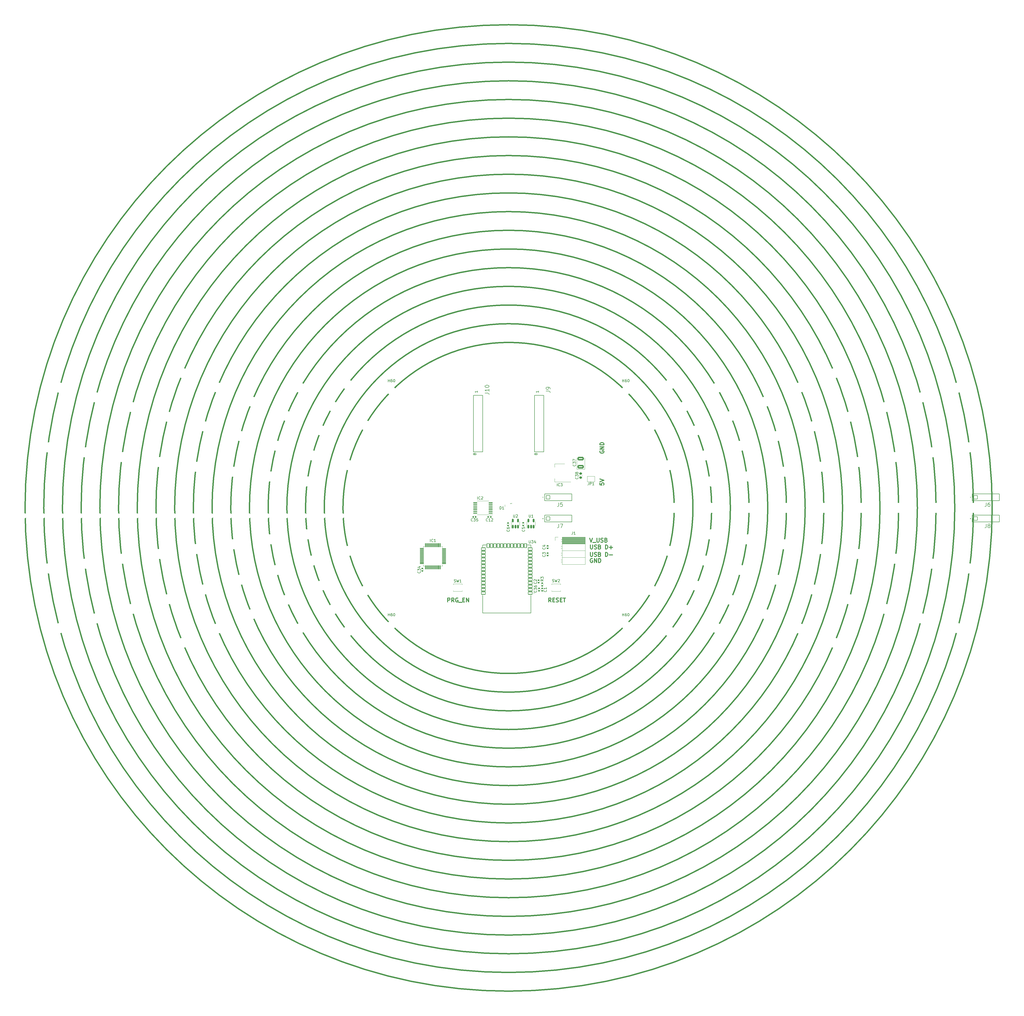
<source format=gbr>
%TF.GenerationSoftware,KiCad,Pcbnew,7.0.8*%
%TF.CreationDate,2023-11-15T16:38:26+01:00*%
%TF.ProjectId,main_board_new-3.2,6d61696e-5f62-46f6-9172-645f6e65772d,rev?*%
%TF.SameCoordinates,Original*%
%TF.FileFunction,Legend,Top*%
%TF.FilePolarity,Positive*%
%FSLAX46Y46*%
G04 Gerber Fmt 4.6, Leading zero omitted, Abs format (unit mm)*
G04 Created by KiCad (PCBNEW 7.0.8) date 2023-11-15 16:38:26*
%MOMM*%
%LPD*%
G01*
G04 APERTURE LIST*
G04 Aperture macros list*
%AMRoundRect*
0 Rectangle with rounded corners*
0 $1 Rounding radius*
0 $2 $3 $4 $5 $6 $7 $8 $9 X,Y pos of 4 corners*
0 Add a 4 corners polygon primitive as box body*
4,1,4,$2,$3,$4,$5,$6,$7,$8,$9,$2,$3,0*
0 Add four circle primitives for the rounded corners*
1,1,$1+$1,$2,$3*
1,1,$1+$1,$4,$5*
1,1,$1+$1,$6,$7*
1,1,$1+$1,$8,$9*
0 Add four rect primitives between the rounded corners*
20,1,$1+$1,$2,$3,$4,$5,0*
20,1,$1+$1,$4,$5,$6,$7,0*
20,1,$1+$1,$6,$7,$8,$9,0*
20,1,$1+$1,$8,$9,$2,$3,0*%
G04 Aperture macros list end*
%ADD10C,0.500000*%
%ADD11C,0.300000*%
%ADD12C,0.150000*%
%ADD13C,0.100000*%
%ADD14C,0.200000*%
%ADD15C,0.127000*%
%ADD16C,0.120000*%
%ADD17C,0.780999*%
%ADD18RoundRect,0.102000X0.684000X0.684000X-0.684000X0.684000X-0.684000X-0.684000X0.684000X-0.684000X0*%
%ADD19C,1.572000*%
%ADD20C,3.800000*%
%ADD21C,3.200000*%
%ADD22RoundRect,0.102000X0.750000X0.450000X-0.750000X0.450000X-0.750000X-0.450000X0.750000X-0.450000X0*%
%ADD23RoundRect,0.102000X0.450000X0.750000X-0.450000X0.750000X-0.450000X-0.750000X0.450000X-0.750000X0*%
%ADD24RoundRect,0.140000X-0.170000X0.140000X-0.170000X-0.140000X0.170000X-0.140000X0.170000X0.140000X0*%
%ADD25C,2.000000*%
%ADD26R,2.000000X1.500000*%
%ADD27R,2.000000X3.800000*%
%ADD28RoundRect,0.140000X0.170000X-0.140000X0.170000X0.140000X-0.170000X0.140000X-0.170000X-0.140000X0*%
%ADD29RoundRect,0.100000X0.637500X0.100000X-0.637500X0.100000X-0.637500X-0.100000X0.637500X-0.100000X0*%
%ADD30R,0.900000X1.700000*%
%ADD31RoundRect,0.150000X0.150000X-0.512500X0.150000X0.512500X-0.150000X0.512500X-0.150000X-0.512500X0*%
%ADD32R,1.000000X1.500000*%
%ADD33RoundRect,0.250000X0.925000X-0.412500X0.925000X0.412500X-0.925000X0.412500X-0.925000X-0.412500X0*%
%ADD34RoundRect,0.135000X0.185000X-0.135000X0.185000X0.135000X-0.185000X0.135000X-0.185000X-0.135000X0*%
%ADD35RoundRect,0.140000X0.140000X0.170000X-0.140000X0.170000X-0.140000X-0.170000X0.140000X-0.170000X0*%
%ADD36RoundRect,0.225000X0.250000X-0.225000X0.250000X0.225000X-0.250000X0.225000X-0.250000X-0.225000X0*%
%ADD37R,1.700000X1.700000*%
%ADD38O,1.700000X1.700000*%
%ADD39R,0.500000X0.800000*%
%ADD40R,1.000000X0.500000*%
%ADD41R,0.300000X0.800000*%
%ADD42R,1.480000X0.500000*%
%ADD43RoundRect,0.075000X-0.662500X-0.075000X0.662500X-0.075000X0.662500X0.075000X-0.662500X0.075000X0*%
%ADD44RoundRect,0.075000X-0.075000X-0.662500X0.075000X-0.662500X0.075000X0.662500X-0.075000X0.662500X0*%
%ADD45R,2.600000X2.600000*%
%ADD46C,2.600000*%
G04 APERTURE END LIST*
D10*
X287000000Y-225000000D02*
G75*
G03*
X287000000Y-225000000I-62000000J0D01*
G01*
X315000000Y-225000000D02*
G75*
G03*
X315000000Y-225000000I-90000000J0D01*
G01*
X364000000Y-225000000D02*
G75*
G03*
X364000000Y-225000000I-139000000J0D01*
G01*
X399000000Y-225000000D02*
G75*
G03*
X399000000Y-225000000I-174000000J0D01*
G01*
X357000000Y-225000000D02*
G75*
G03*
X357000000Y-225000000I-132000000J0D01*
G01*
X329000000Y-225000000D02*
G75*
G03*
X329000000Y-225000000I-104000000J0D01*
G01*
X294000000Y-225000000D02*
G75*
G03*
X294000000Y-225000000I-69000000J0D01*
G01*
X385000000Y-225000000D02*
G75*
G03*
X385000000Y-225000000I-160000000J0D01*
G01*
X336000000Y-225000000D02*
G75*
G03*
X336000000Y-225000000I-111000000J0D01*
G01*
X308000000Y-225000000D02*
G75*
G03*
X308000000Y-225000000I-83000000J0D01*
G01*
X343000000Y-225000000D02*
G75*
G03*
X343000000Y-225000000I-118000000J0D01*
G01*
X392000000Y-225000000D02*
G75*
G03*
X392000000Y-225000000I-167000000J0D01*
G01*
X322000000Y-225000000D02*
G75*
G03*
X322000000Y-225000000I-97000000J0D01*
G01*
X406000000Y-225000000D02*
G75*
G03*
X406000000Y-225000000I-181000000J0D01*
G01*
X301000000Y-225000000D02*
G75*
G03*
X301000000Y-225000000I-76000000J0D01*
G01*
X378000000Y-225000000D02*
G75*
G03*
X378000000Y-225000000I-153000000J0D01*
G01*
X371000000Y-225000000D02*
G75*
G03*
X371000000Y-225000000I-146000000J0D01*
G01*
X350000000Y-225000000D02*
G75*
G03*
X350000000Y-225000000I-125000000J0D01*
G01*
D11*
X255594510Y-238857828D02*
X255594510Y-240072114D01*
X255594510Y-240072114D02*
X255665939Y-240214971D01*
X255665939Y-240214971D02*
X255737368Y-240286400D01*
X255737368Y-240286400D02*
X255880225Y-240357828D01*
X255880225Y-240357828D02*
X256165939Y-240357828D01*
X256165939Y-240357828D02*
X256308796Y-240286400D01*
X256308796Y-240286400D02*
X256380225Y-240214971D01*
X256380225Y-240214971D02*
X256451653Y-240072114D01*
X256451653Y-240072114D02*
X256451653Y-238857828D01*
X257094511Y-240286400D02*
X257308797Y-240357828D01*
X257308797Y-240357828D02*
X257665939Y-240357828D01*
X257665939Y-240357828D02*
X257808797Y-240286400D01*
X257808797Y-240286400D02*
X257880225Y-240214971D01*
X257880225Y-240214971D02*
X257951654Y-240072114D01*
X257951654Y-240072114D02*
X257951654Y-239929257D01*
X257951654Y-239929257D02*
X257880225Y-239786400D01*
X257880225Y-239786400D02*
X257808797Y-239714971D01*
X257808797Y-239714971D02*
X257665939Y-239643542D01*
X257665939Y-239643542D02*
X257380225Y-239572114D01*
X257380225Y-239572114D02*
X257237368Y-239500685D01*
X257237368Y-239500685D02*
X257165939Y-239429257D01*
X257165939Y-239429257D02*
X257094511Y-239286400D01*
X257094511Y-239286400D02*
X257094511Y-239143542D01*
X257094511Y-239143542D02*
X257165939Y-239000685D01*
X257165939Y-239000685D02*
X257237368Y-238929257D01*
X257237368Y-238929257D02*
X257380225Y-238857828D01*
X257380225Y-238857828D02*
X257737368Y-238857828D01*
X257737368Y-238857828D02*
X257951654Y-238929257D01*
X259094510Y-239572114D02*
X259308796Y-239643542D01*
X259308796Y-239643542D02*
X259380225Y-239714971D01*
X259380225Y-239714971D02*
X259451653Y-239857828D01*
X259451653Y-239857828D02*
X259451653Y-240072114D01*
X259451653Y-240072114D02*
X259380225Y-240214971D01*
X259380225Y-240214971D02*
X259308796Y-240286400D01*
X259308796Y-240286400D02*
X259165939Y-240357828D01*
X259165939Y-240357828D02*
X258594510Y-240357828D01*
X258594510Y-240357828D02*
X258594510Y-238857828D01*
X258594510Y-238857828D02*
X259094510Y-238857828D01*
X259094510Y-238857828D02*
X259237368Y-238929257D01*
X259237368Y-238929257D02*
X259308796Y-239000685D01*
X259308796Y-239000685D02*
X259380225Y-239143542D01*
X259380225Y-239143542D02*
X259380225Y-239286400D01*
X259380225Y-239286400D02*
X259308796Y-239429257D01*
X259308796Y-239429257D02*
X259237368Y-239500685D01*
X259237368Y-239500685D02*
X259094510Y-239572114D01*
X259094510Y-239572114D02*
X258594510Y-239572114D01*
X261237367Y-240357828D02*
X261237367Y-238857828D01*
X261237367Y-238857828D02*
X261594510Y-238857828D01*
X261594510Y-238857828D02*
X261808796Y-238929257D01*
X261808796Y-238929257D02*
X261951653Y-239072114D01*
X261951653Y-239072114D02*
X262023082Y-239214971D01*
X262023082Y-239214971D02*
X262094510Y-239500685D01*
X262094510Y-239500685D02*
X262094510Y-239714971D01*
X262094510Y-239714971D02*
X262023082Y-240000685D01*
X262023082Y-240000685D02*
X261951653Y-240143542D01*
X261951653Y-240143542D02*
X261808796Y-240286400D01*
X261808796Y-240286400D02*
X261594510Y-240357828D01*
X261594510Y-240357828D02*
X261237367Y-240357828D01*
X262737367Y-239786400D02*
X263880225Y-239786400D01*
X263308796Y-240357828D02*
X263308796Y-239214971D01*
X259182828Y-215666203D02*
X259182828Y-216380489D01*
X259182828Y-216380489D02*
X259897114Y-216451917D01*
X259897114Y-216451917D02*
X259825685Y-216380489D01*
X259825685Y-216380489D02*
X259754257Y-216237632D01*
X259754257Y-216237632D02*
X259754257Y-215880489D01*
X259754257Y-215880489D02*
X259825685Y-215737632D01*
X259825685Y-215737632D02*
X259897114Y-215666203D01*
X259897114Y-215666203D02*
X260039971Y-215594774D01*
X260039971Y-215594774D02*
X260397114Y-215594774D01*
X260397114Y-215594774D02*
X260539971Y-215666203D01*
X260539971Y-215666203D02*
X260611400Y-215737632D01*
X260611400Y-215737632D02*
X260682828Y-215880489D01*
X260682828Y-215880489D02*
X260682828Y-216237632D01*
X260682828Y-216237632D02*
X260611400Y-216380489D01*
X260611400Y-216380489D02*
X260539971Y-216451917D01*
X259182828Y-215166203D02*
X260682828Y-214666203D01*
X260682828Y-214666203D02*
X259182828Y-214166203D01*
X256380225Y-244009257D02*
X256237368Y-243937828D01*
X256237368Y-243937828D02*
X256023082Y-243937828D01*
X256023082Y-243937828D02*
X255808796Y-244009257D01*
X255808796Y-244009257D02*
X255665939Y-244152114D01*
X255665939Y-244152114D02*
X255594510Y-244294971D01*
X255594510Y-244294971D02*
X255523082Y-244580685D01*
X255523082Y-244580685D02*
X255523082Y-244794971D01*
X255523082Y-244794971D02*
X255594510Y-245080685D01*
X255594510Y-245080685D02*
X255665939Y-245223542D01*
X255665939Y-245223542D02*
X255808796Y-245366400D01*
X255808796Y-245366400D02*
X256023082Y-245437828D01*
X256023082Y-245437828D02*
X256165939Y-245437828D01*
X256165939Y-245437828D02*
X256380225Y-245366400D01*
X256380225Y-245366400D02*
X256451653Y-245294971D01*
X256451653Y-245294971D02*
X256451653Y-244794971D01*
X256451653Y-244794971D02*
X256165939Y-244794971D01*
X257094510Y-245437828D02*
X257094510Y-243937828D01*
X257094510Y-243937828D02*
X257951653Y-245437828D01*
X257951653Y-245437828D02*
X257951653Y-243937828D01*
X258665939Y-245437828D02*
X258665939Y-243937828D01*
X258665939Y-243937828D02*
X259023082Y-243937828D01*
X259023082Y-243937828D02*
X259237368Y-244009257D01*
X259237368Y-244009257D02*
X259380225Y-244152114D01*
X259380225Y-244152114D02*
X259451654Y-244294971D01*
X259451654Y-244294971D02*
X259523082Y-244580685D01*
X259523082Y-244580685D02*
X259523082Y-244794971D01*
X259523082Y-244794971D02*
X259451654Y-245080685D01*
X259451654Y-245080685D02*
X259380225Y-245223542D01*
X259380225Y-245223542D02*
X259237368Y-245366400D01*
X259237368Y-245366400D02*
X259023082Y-245437828D01*
X259023082Y-245437828D02*
X258665939Y-245437828D01*
X255594510Y-241651828D02*
X255594510Y-242866114D01*
X255594510Y-242866114D02*
X255665939Y-243008971D01*
X255665939Y-243008971D02*
X255737368Y-243080400D01*
X255737368Y-243080400D02*
X255880225Y-243151828D01*
X255880225Y-243151828D02*
X256165939Y-243151828D01*
X256165939Y-243151828D02*
X256308796Y-243080400D01*
X256308796Y-243080400D02*
X256380225Y-243008971D01*
X256380225Y-243008971D02*
X256451653Y-242866114D01*
X256451653Y-242866114D02*
X256451653Y-241651828D01*
X257094511Y-243080400D02*
X257308797Y-243151828D01*
X257308797Y-243151828D02*
X257665939Y-243151828D01*
X257665939Y-243151828D02*
X257808797Y-243080400D01*
X257808797Y-243080400D02*
X257880225Y-243008971D01*
X257880225Y-243008971D02*
X257951654Y-242866114D01*
X257951654Y-242866114D02*
X257951654Y-242723257D01*
X257951654Y-242723257D02*
X257880225Y-242580400D01*
X257880225Y-242580400D02*
X257808797Y-242508971D01*
X257808797Y-242508971D02*
X257665939Y-242437542D01*
X257665939Y-242437542D02*
X257380225Y-242366114D01*
X257380225Y-242366114D02*
X257237368Y-242294685D01*
X257237368Y-242294685D02*
X257165939Y-242223257D01*
X257165939Y-242223257D02*
X257094511Y-242080400D01*
X257094511Y-242080400D02*
X257094511Y-241937542D01*
X257094511Y-241937542D02*
X257165939Y-241794685D01*
X257165939Y-241794685D02*
X257237368Y-241723257D01*
X257237368Y-241723257D02*
X257380225Y-241651828D01*
X257380225Y-241651828D02*
X257737368Y-241651828D01*
X257737368Y-241651828D02*
X257951654Y-241723257D01*
X259094510Y-242366114D02*
X259308796Y-242437542D01*
X259308796Y-242437542D02*
X259380225Y-242508971D01*
X259380225Y-242508971D02*
X259451653Y-242651828D01*
X259451653Y-242651828D02*
X259451653Y-242866114D01*
X259451653Y-242866114D02*
X259380225Y-243008971D01*
X259380225Y-243008971D02*
X259308796Y-243080400D01*
X259308796Y-243080400D02*
X259165939Y-243151828D01*
X259165939Y-243151828D02*
X258594510Y-243151828D01*
X258594510Y-243151828D02*
X258594510Y-241651828D01*
X258594510Y-241651828D02*
X259094510Y-241651828D01*
X259094510Y-241651828D02*
X259237368Y-241723257D01*
X259237368Y-241723257D02*
X259308796Y-241794685D01*
X259308796Y-241794685D02*
X259380225Y-241937542D01*
X259380225Y-241937542D02*
X259380225Y-242080400D01*
X259380225Y-242080400D02*
X259308796Y-242223257D01*
X259308796Y-242223257D02*
X259237368Y-242294685D01*
X259237368Y-242294685D02*
X259094510Y-242366114D01*
X259094510Y-242366114D02*
X258594510Y-242366114D01*
X261237367Y-243151828D02*
X261237367Y-241651828D01*
X261237367Y-241651828D02*
X261594510Y-241651828D01*
X261594510Y-241651828D02*
X261808796Y-241723257D01*
X261808796Y-241723257D02*
X261951653Y-241866114D01*
X261951653Y-241866114D02*
X262023082Y-242008971D01*
X262023082Y-242008971D02*
X262094510Y-242294685D01*
X262094510Y-242294685D02*
X262094510Y-242508971D01*
X262094510Y-242508971D02*
X262023082Y-242794685D01*
X262023082Y-242794685D02*
X261951653Y-242937542D01*
X261951653Y-242937542D02*
X261808796Y-243080400D01*
X261808796Y-243080400D02*
X261594510Y-243151828D01*
X261594510Y-243151828D02*
X261237367Y-243151828D01*
X262737367Y-242580400D02*
X263880225Y-242580400D01*
X259254257Y-203656774D02*
X259182828Y-203799632D01*
X259182828Y-203799632D02*
X259182828Y-204013917D01*
X259182828Y-204013917D02*
X259254257Y-204228203D01*
X259254257Y-204228203D02*
X259397114Y-204371060D01*
X259397114Y-204371060D02*
X259539971Y-204442489D01*
X259539971Y-204442489D02*
X259825685Y-204513917D01*
X259825685Y-204513917D02*
X260039971Y-204513917D01*
X260039971Y-204513917D02*
X260325685Y-204442489D01*
X260325685Y-204442489D02*
X260468542Y-204371060D01*
X260468542Y-204371060D02*
X260611400Y-204228203D01*
X260611400Y-204228203D02*
X260682828Y-204013917D01*
X260682828Y-204013917D02*
X260682828Y-203871060D01*
X260682828Y-203871060D02*
X260611400Y-203656774D01*
X260611400Y-203656774D02*
X260539971Y-203585346D01*
X260539971Y-203585346D02*
X260039971Y-203585346D01*
X260039971Y-203585346D02*
X260039971Y-203871060D01*
X260682828Y-202942489D02*
X259182828Y-202942489D01*
X259182828Y-202942489D02*
X260682828Y-202085346D01*
X260682828Y-202085346D02*
X259182828Y-202085346D01*
X260682828Y-201371060D02*
X259182828Y-201371060D01*
X259182828Y-201371060D02*
X259182828Y-201013917D01*
X259182828Y-201013917D02*
X259254257Y-200799631D01*
X259254257Y-200799631D02*
X259397114Y-200656774D01*
X259397114Y-200656774D02*
X259539971Y-200585345D01*
X259539971Y-200585345D02*
X259825685Y-200513917D01*
X259825685Y-200513917D02*
X260039971Y-200513917D01*
X260039971Y-200513917D02*
X260325685Y-200585345D01*
X260325685Y-200585345D02*
X260468542Y-200656774D01*
X260468542Y-200656774D02*
X260611400Y-200799631D01*
X260611400Y-200799631D02*
X260682828Y-201013917D01*
X260682828Y-201013917D02*
X260682828Y-201371060D01*
X255380225Y-236317828D02*
X255880225Y-237817828D01*
X255880225Y-237817828D02*
X256380225Y-236317828D01*
X256523082Y-237960685D02*
X257665939Y-237960685D01*
X258023081Y-236317828D02*
X258023081Y-237532114D01*
X258023081Y-237532114D02*
X258094510Y-237674971D01*
X258094510Y-237674971D02*
X258165939Y-237746400D01*
X258165939Y-237746400D02*
X258308796Y-237817828D01*
X258308796Y-237817828D02*
X258594510Y-237817828D01*
X258594510Y-237817828D02*
X258737367Y-237746400D01*
X258737367Y-237746400D02*
X258808796Y-237674971D01*
X258808796Y-237674971D02*
X258880224Y-237532114D01*
X258880224Y-237532114D02*
X258880224Y-236317828D01*
X259523082Y-237746400D02*
X259737368Y-237817828D01*
X259737368Y-237817828D02*
X260094510Y-237817828D01*
X260094510Y-237817828D02*
X260237368Y-237746400D01*
X260237368Y-237746400D02*
X260308796Y-237674971D01*
X260308796Y-237674971D02*
X260380225Y-237532114D01*
X260380225Y-237532114D02*
X260380225Y-237389257D01*
X260380225Y-237389257D02*
X260308796Y-237246400D01*
X260308796Y-237246400D02*
X260237368Y-237174971D01*
X260237368Y-237174971D02*
X260094510Y-237103542D01*
X260094510Y-237103542D02*
X259808796Y-237032114D01*
X259808796Y-237032114D02*
X259665939Y-236960685D01*
X259665939Y-236960685D02*
X259594510Y-236889257D01*
X259594510Y-236889257D02*
X259523082Y-236746400D01*
X259523082Y-236746400D02*
X259523082Y-236603542D01*
X259523082Y-236603542D02*
X259594510Y-236460685D01*
X259594510Y-236460685D02*
X259665939Y-236389257D01*
X259665939Y-236389257D02*
X259808796Y-236317828D01*
X259808796Y-236317828D02*
X260165939Y-236317828D01*
X260165939Y-236317828D02*
X260380225Y-236389257D01*
X261523081Y-237032114D02*
X261737367Y-237103542D01*
X261737367Y-237103542D02*
X261808796Y-237174971D01*
X261808796Y-237174971D02*
X261880224Y-237317828D01*
X261880224Y-237317828D02*
X261880224Y-237532114D01*
X261880224Y-237532114D02*
X261808796Y-237674971D01*
X261808796Y-237674971D02*
X261737367Y-237746400D01*
X261737367Y-237746400D02*
X261594510Y-237817828D01*
X261594510Y-237817828D02*
X261023081Y-237817828D01*
X261023081Y-237817828D02*
X261023081Y-236317828D01*
X261023081Y-236317828D02*
X261523081Y-236317828D01*
X261523081Y-236317828D02*
X261665939Y-236389257D01*
X261665939Y-236389257D02*
X261737367Y-236460685D01*
X261737367Y-236460685D02*
X261808796Y-236603542D01*
X261808796Y-236603542D02*
X261808796Y-236746400D01*
X261808796Y-236746400D02*
X261737367Y-236889257D01*
X261737367Y-236889257D02*
X261665939Y-236960685D01*
X261665939Y-236960685D02*
X261523081Y-237032114D01*
X261523081Y-237032114D02*
X261023081Y-237032114D01*
X240889653Y-260233828D02*
X240389653Y-259519542D01*
X240032510Y-260233828D02*
X240032510Y-258733828D01*
X240032510Y-258733828D02*
X240603939Y-258733828D01*
X240603939Y-258733828D02*
X240746796Y-258805257D01*
X240746796Y-258805257D02*
X240818225Y-258876685D01*
X240818225Y-258876685D02*
X240889653Y-259019542D01*
X240889653Y-259019542D02*
X240889653Y-259233828D01*
X240889653Y-259233828D02*
X240818225Y-259376685D01*
X240818225Y-259376685D02*
X240746796Y-259448114D01*
X240746796Y-259448114D02*
X240603939Y-259519542D01*
X240603939Y-259519542D02*
X240032510Y-259519542D01*
X241532510Y-259448114D02*
X242032510Y-259448114D01*
X242246796Y-260233828D02*
X241532510Y-260233828D01*
X241532510Y-260233828D02*
X241532510Y-258733828D01*
X241532510Y-258733828D02*
X242246796Y-258733828D01*
X242818225Y-260162400D02*
X243032511Y-260233828D01*
X243032511Y-260233828D02*
X243389653Y-260233828D01*
X243389653Y-260233828D02*
X243532511Y-260162400D01*
X243532511Y-260162400D02*
X243603939Y-260090971D01*
X243603939Y-260090971D02*
X243675368Y-259948114D01*
X243675368Y-259948114D02*
X243675368Y-259805257D01*
X243675368Y-259805257D02*
X243603939Y-259662400D01*
X243603939Y-259662400D02*
X243532511Y-259590971D01*
X243532511Y-259590971D02*
X243389653Y-259519542D01*
X243389653Y-259519542D02*
X243103939Y-259448114D01*
X243103939Y-259448114D02*
X242961082Y-259376685D01*
X242961082Y-259376685D02*
X242889653Y-259305257D01*
X242889653Y-259305257D02*
X242818225Y-259162400D01*
X242818225Y-259162400D02*
X242818225Y-259019542D01*
X242818225Y-259019542D02*
X242889653Y-258876685D01*
X242889653Y-258876685D02*
X242961082Y-258805257D01*
X242961082Y-258805257D02*
X243103939Y-258733828D01*
X243103939Y-258733828D02*
X243461082Y-258733828D01*
X243461082Y-258733828D02*
X243675368Y-258805257D01*
X244318224Y-259448114D02*
X244818224Y-259448114D01*
X245032510Y-260233828D02*
X244318224Y-260233828D01*
X244318224Y-260233828D02*
X244318224Y-258733828D01*
X244318224Y-258733828D02*
X245032510Y-258733828D01*
X245461082Y-258733828D02*
X246318225Y-258733828D01*
X245889653Y-260233828D02*
X245889653Y-258733828D01*
X202186510Y-260233828D02*
X202186510Y-258733828D01*
X202186510Y-258733828D02*
X202757939Y-258733828D01*
X202757939Y-258733828D02*
X202900796Y-258805257D01*
X202900796Y-258805257D02*
X202972225Y-258876685D01*
X202972225Y-258876685D02*
X203043653Y-259019542D01*
X203043653Y-259019542D02*
X203043653Y-259233828D01*
X203043653Y-259233828D02*
X202972225Y-259376685D01*
X202972225Y-259376685D02*
X202900796Y-259448114D01*
X202900796Y-259448114D02*
X202757939Y-259519542D01*
X202757939Y-259519542D02*
X202186510Y-259519542D01*
X204543653Y-260233828D02*
X204043653Y-259519542D01*
X203686510Y-260233828D02*
X203686510Y-258733828D01*
X203686510Y-258733828D02*
X204257939Y-258733828D01*
X204257939Y-258733828D02*
X204400796Y-258805257D01*
X204400796Y-258805257D02*
X204472225Y-258876685D01*
X204472225Y-258876685D02*
X204543653Y-259019542D01*
X204543653Y-259019542D02*
X204543653Y-259233828D01*
X204543653Y-259233828D02*
X204472225Y-259376685D01*
X204472225Y-259376685D02*
X204400796Y-259448114D01*
X204400796Y-259448114D02*
X204257939Y-259519542D01*
X204257939Y-259519542D02*
X203686510Y-259519542D01*
X205972225Y-258805257D02*
X205829368Y-258733828D01*
X205829368Y-258733828D02*
X205615082Y-258733828D01*
X205615082Y-258733828D02*
X205400796Y-258805257D01*
X205400796Y-258805257D02*
X205257939Y-258948114D01*
X205257939Y-258948114D02*
X205186510Y-259090971D01*
X205186510Y-259090971D02*
X205115082Y-259376685D01*
X205115082Y-259376685D02*
X205115082Y-259590971D01*
X205115082Y-259590971D02*
X205186510Y-259876685D01*
X205186510Y-259876685D02*
X205257939Y-260019542D01*
X205257939Y-260019542D02*
X205400796Y-260162400D01*
X205400796Y-260162400D02*
X205615082Y-260233828D01*
X205615082Y-260233828D02*
X205757939Y-260233828D01*
X205757939Y-260233828D02*
X205972225Y-260162400D01*
X205972225Y-260162400D02*
X206043653Y-260090971D01*
X206043653Y-260090971D02*
X206043653Y-259590971D01*
X206043653Y-259590971D02*
X205757939Y-259590971D01*
X206329368Y-260376685D02*
X207472225Y-260376685D01*
X207829367Y-259448114D02*
X208329367Y-259448114D01*
X208543653Y-260233828D02*
X207829367Y-260233828D01*
X207829367Y-260233828D02*
X207829367Y-258733828D01*
X207829367Y-258733828D02*
X208543653Y-258733828D01*
X209186510Y-260233828D02*
X209186510Y-258733828D01*
X209186510Y-258733828D02*
X210043653Y-260233828D01*
X210043653Y-260233828D02*
X210043653Y-258733828D01*
D12*
X243778333Y-231033866D02*
X243778333Y-232033866D01*
X243778333Y-232033866D02*
X243711666Y-232233866D01*
X243711666Y-232233866D02*
X243578333Y-232367200D01*
X243578333Y-232367200D02*
X243378333Y-232433866D01*
X243378333Y-232433866D02*
X243245000Y-232433866D01*
X244311667Y-231033866D02*
X245245000Y-231033866D01*
X245245000Y-231033866D02*
X244645000Y-232433866D01*
X267602525Y-265495439D02*
X267602525Y-264495439D01*
X267602525Y-264971629D02*
X268173953Y-264971629D01*
X268173953Y-265495439D02*
X268173953Y-264495439D01*
X269078715Y-264495439D02*
X268888239Y-264495439D01*
X268888239Y-264495439D02*
X268793001Y-264543058D01*
X268793001Y-264543058D02*
X268745382Y-264590677D01*
X268745382Y-264590677D02*
X268650144Y-264733534D01*
X268650144Y-264733534D02*
X268602525Y-264924010D01*
X268602525Y-264924010D02*
X268602525Y-265304962D01*
X268602525Y-265304962D02*
X268650144Y-265400200D01*
X268650144Y-265400200D02*
X268697763Y-265447820D01*
X268697763Y-265447820D02*
X268793001Y-265495439D01*
X268793001Y-265495439D02*
X268983477Y-265495439D01*
X268983477Y-265495439D02*
X269078715Y-265447820D01*
X269078715Y-265447820D02*
X269126334Y-265400200D01*
X269126334Y-265400200D02*
X269173953Y-265304962D01*
X269173953Y-265304962D02*
X269173953Y-265066867D01*
X269173953Y-265066867D02*
X269126334Y-264971629D01*
X269126334Y-264971629D02*
X269078715Y-264924010D01*
X269078715Y-264924010D02*
X268983477Y-264876391D01*
X268983477Y-264876391D02*
X268793001Y-264876391D01*
X268793001Y-264876391D02*
X268697763Y-264924010D01*
X268697763Y-264924010D02*
X268650144Y-264971629D01*
X268650144Y-264971629D02*
X268602525Y-265066867D01*
X269793001Y-264495439D02*
X269888239Y-264495439D01*
X269888239Y-264495439D02*
X269983477Y-264543058D01*
X269983477Y-264543058D02*
X270031096Y-264590677D01*
X270031096Y-264590677D02*
X270078715Y-264685915D01*
X270078715Y-264685915D02*
X270126334Y-264876391D01*
X270126334Y-264876391D02*
X270126334Y-265114486D01*
X270126334Y-265114486D02*
X270078715Y-265304962D01*
X270078715Y-265304962D02*
X270031096Y-265400200D01*
X270031096Y-265400200D02*
X269983477Y-265447820D01*
X269983477Y-265447820D02*
X269888239Y-265495439D01*
X269888239Y-265495439D02*
X269793001Y-265495439D01*
X269793001Y-265495439D02*
X269697763Y-265447820D01*
X269697763Y-265447820D02*
X269650144Y-265400200D01*
X269650144Y-265400200D02*
X269602525Y-265304962D01*
X269602525Y-265304962D02*
X269554906Y-265114486D01*
X269554906Y-265114486D02*
X269554906Y-264876391D01*
X269554906Y-264876391D02*
X269602525Y-264685915D01*
X269602525Y-264685915D02*
X269650144Y-264590677D01*
X269650144Y-264590677D02*
X269697763Y-264543058D01*
X269697763Y-264543058D02*
X269793001Y-264495439D01*
X232651905Y-237154819D02*
X232651905Y-237964342D01*
X232651905Y-237964342D02*
X232699524Y-238059580D01*
X232699524Y-238059580D02*
X232747143Y-238107200D01*
X232747143Y-238107200D02*
X232842381Y-238154819D01*
X232842381Y-238154819D02*
X233032857Y-238154819D01*
X233032857Y-238154819D02*
X233128095Y-238107200D01*
X233128095Y-238107200D02*
X233175714Y-238059580D01*
X233175714Y-238059580D02*
X233223333Y-237964342D01*
X233223333Y-237964342D02*
X233223333Y-237154819D01*
X233604286Y-237154819D02*
X234223333Y-237154819D01*
X234223333Y-237154819D02*
X233890000Y-237535771D01*
X233890000Y-237535771D02*
X234032857Y-237535771D01*
X234032857Y-237535771D02*
X234128095Y-237583390D01*
X234128095Y-237583390D02*
X234175714Y-237631009D01*
X234175714Y-237631009D02*
X234223333Y-237726247D01*
X234223333Y-237726247D02*
X234223333Y-237964342D01*
X234223333Y-237964342D02*
X234175714Y-238059580D01*
X234175714Y-238059580D02*
X234128095Y-238107200D01*
X234128095Y-238107200D02*
X234032857Y-238154819D01*
X234032857Y-238154819D02*
X233747143Y-238154819D01*
X233747143Y-238154819D02*
X233651905Y-238107200D01*
X233651905Y-238107200D02*
X233604286Y-238059580D01*
X235080476Y-237488152D02*
X235080476Y-238154819D01*
X234842381Y-237107200D02*
X234604286Y-237821485D01*
X234604286Y-237821485D02*
X235223333Y-237821485D01*
X239092580Y-255778766D02*
X239140200Y-255826385D01*
X239140200Y-255826385D02*
X239187819Y-255969242D01*
X239187819Y-255969242D02*
X239187819Y-256064480D01*
X239187819Y-256064480D02*
X239140200Y-256207337D01*
X239140200Y-256207337D02*
X239044961Y-256302575D01*
X239044961Y-256302575D02*
X238949723Y-256350194D01*
X238949723Y-256350194D02*
X238759247Y-256397813D01*
X238759247Y-256397813D02*
X238616390Y-256397813D01*
X238616390Y-256397813D02*
X238425914Y-256350194D01*
X238425914Y-256350194D02*
X238330676Y-256302575D01*
X238330676Y-256302575D02*
X238235438Y-256207337D01*
X238235438Y-256207337D02*
X238187819Y-256064480D01*
X238187819Y-256064480D02*
X238187819Y-255969242D01*
X238187819Y-255969242D02*
X238235438Y-255826385D01*
X238235438Y-255826385D02*
X238283057Y-255778766D01*
X239187819Y-254826385D02*
X239187819Y-255397813D01*
X239187819Y-255112099D02*
X238187819Y-255112099D01*
X238187819Y-255112099D02*
X238330676Y-255207337D01*
X238330676Y-255207337D02*
X238425914Y-255302575D01*
X238425914Y-255302575D02*
X238473533Y-255397813D01*
X267602525Y-177814199D02*
X267602525Y-176814199D01*
X267602525Y-177290389D02*
X268173953Y-177290389D01*
X268173953Y-177814199D02*
X268173953Y-176814199D01*
X269078715Y-176814199D02*
X268888239Y-176814199D01*
X268888239Y-176814199D02*
X268793001Y-176861818D01*
X268793001Y-176861818D02*
X268745382Y-176909437D01*
X268745382Y-176909437D02*
X268650144Y-177052294D01*
X268650144Y-177052294D02*
X268602525Y-177242770D01*
X268602525Y-177242770D02*
X268602525Y-177623722D01*
X268602525Y-177623722D02*
X268650144Y-177718960D01*
X268650144Y-177718960D02*
X268697763Y-177766580D01*
X268697763Y-177766580D02*
X268793001Y-177814199D01*
X268793001Y-177814199D02*
X268983477Y-177814199D01*
X268983477Y-177814199D02*
X269078715Y-177766580D01*
X269078715Y-177766580D02*
X269126334Y-177718960D01*
X269126334Y-177718960D02*
X269173953Y-177623722D01*
X269173953Y-177623722D02*
X269173953Y-177385627D01*
X269173953Y-177385627D02*
X269126334Y-177290389D01*
X269126334Y-177290389D02*
X269078715Y-177242770D01*
X269078715Y-177242770D02*
X268983477Y-177195151D01*
X268983477Y-177195151D02*
X268793001Y-177195151D01*
X268793001Y-177195151D02*
X268697763Y-177242770D01*
X268697763Y-177242770D02*
X268650144Y-177290389D01*
X268650144Y-177290389D02*
X268602525Y-177385627D01*
X269793001Y-176814199D02*
X269888239Y-176814199D01*
X269888239Y-176814199D02*
X269983477Y-176861818D01*
X269983477Y-176861818D02*
X270031096Y-176909437D01*
X270031096Y-176909437D02*
X270078715Y-177004675D01*
X270078715Y-177004675D02*
X270126334Y-177195151D01*
X270126334Y-177195151D02*
X270126334Y-177433246D01*
X270126334Y-177433246D02*
X270078715Y-177623722D01*
X270078715Y-177623722D02*
X270031096Y-177718960D01*
X270031096Y-177718960D02*
X269983477Y-177766580D01*
X269983477Y-177766580D02*
X269888239Y-177814199D01*
X269888239Y-177814199D02*
X269793001Y-177814199D01*
X269793001Y-177814199D02*
X269697763Y-177766580D01*
X269697763Y-177766580D02*
X269650144Y-177718960D01*
X269650144Y-177718960D02*
X269602525Y-177623722D01*
X269602525Y-177623722D02*
X269554906Y-177433246D01*
X269554906Y-177433246D02*
X269554906Y-177195151D01*
X269554906Y-177195151D02*
X269602525Y-177004675D01*
X269602525Y-177004675D02*
X269650144Y-176909437D01*
X269650144Y-176909437D02*
X269697763Y-176861818D01*
X269697763Y-176861818D02*
X269793001Y-176814199D01*
X179921285Y-265495439D02*
X179921285Y-264495439D01*
X179921285Y-264971629D02*
X180492713Y-264971629D01*
X180492713Y-265495439D02*
X180492713Y-264495439D01*
X181397475Y-264495439D02*
X181206999Y-264495439D01*
X181206999Y-264495439D02*
X181111761Y-264543058D01*
X181111761Y-264543058D02*
X181064142Y-264590677D01*
X181064142Y-264590677D02*
X180968904Y-264733534D01*
X180968904Y-264733534D02*
X180921285Y-264924010D01*
X180921285Y-264924010D02*
X180921285Y-265304962D01*
X180921285Y-265304962D02*
X180968904Y-265400200D01*
X180968904Y-265400200D02*
X181016523Y-265447820D01*
X181016523Y-265447820D02*
X181111761Y-265495439D01*
X181111761Y-265495439D02*
X181302237Y-265495439D01*
X181302237Y-265495439D02*
X181397475Y-265447820D01*
X181397475Y-265447820D02*
X181445094Y-265400200D01*
X181445094Y-265400200D02*
X181492713Y-265304962D01*
X181492713Y-265304962D02*
X181492713Y-265066867D01*
X181492713Y-265066867D02*
X181445094Y-264971629D01*
X181445094Y-264971629D02*
X181397475Y-264924010D01*
X181397475Y-264924010D02*
X181302237Y-264876391D01*
X181302237Y-264876391D02*
X181111761Y-264876391D01*
X181111761Y-264876391D02*
X181016523Y-264924010D01*
X181016523Y-264924010D02*
X180968904Y-264971629D01*
X180968904Y-264971629D02*
X180921285Y-265066867D01*
X182111761Y-264495439D02*
X182206999Y-264495439D01*
X182206999Y-264495439D02*
X182302237Y-264543058D01*
X182302237Y-264543058D02*
X182349856Y-264590677D01*
X182349856Y-264590677D02*
X182397475Y-264685915D01*
X182397475Y-264685915D02*
X182445094Y-264876391D01*
X182445094Y-264876391D02*
X182445094Y-265114486D01*
X182445094Y-265114486D02*
X182397475Y-265304962D01*
X182397475Y-265304962D02*
X182349856Y-265400200D01*
X182349856Y-265400200D02*
X182302237Y-265447820D01*
X182302237Y-265447820D02*
X182206999Y-265495439D01*
X182206999Y-265495439D02*
X182111761Y-265495439D01*
X182111761Y-265495439D02*
X182016523Y-265447820D01*
X182016523Y-265447820D02*
X181968904Y-265400200D01*
X181968904Y-265400200D02*
X181921285Y-265304962D01*
X181921285Y-265304962D02*
X181873666Y-265114486D01*
X181873666Y-265114486D02*
X181873666Y-264876391D01*
X181873666Y-264876391D02*
X181921285Y-264685915D01*
X181921285Y-264685915D02*
X181968904Y-264590677D01*
X181968904Y-264590677D02*
X182016523Y-264543058D01*
X182016523Y-264543058D02*
X182111761Y-264495439D01*
X403798333Y-231033866D02*
X403798333Y-232033866D01*
X403798333Y-232033866D02*
X403731666Y-232233866D01*
X403731666Y-232233866D02*
X403598333Y-232367200D01*
X403598333Y-232367200D02*
X403398333Y-232433866D01*
X403398333Y-232433866D02*
X403265000Y-232433866D01*
X404665000Y-231633866D02*
X404531667Y-231567200D01*
X404531667Y-231567200D02*
X404465000Y-231500533D01*
X404465000Y-231500533D02*
X404398333Y-231367200D01*
X404398333Y-231367200D02*
X404398333Y-231300533D01*
X404398333Y-231300533D02*
X404465000Y-231167200D01*
X404465000Y-231167200D02*
X404531667Y-231100533D01*
X404531667Y-231100533D02*
X404665000Y-231033866D01*
X404665000Y-231033866D02*
X404931667Y-231033866D01*
X404931667Y-231033866D02*
X405065000Y-231100533D01*
X405065000Y-231100533D02*
X405131667Y-231167200D01*
X405131667Y-231167200D02*
X405198333Y-231300533D01*
X405198333Y-231300533D02*
X405198333Y-231367200D01*
X405198333Y-231367200D02*
X405131667Y-231500533D01*
X405131667Y-231500533D02*
X405065000Y-231567200D01*
X405065000Y-231567200D02*
X404931667Y-231633866D01*
X404931667Y-231633866D02*
X404665000Y-231633866D01*
X404665000Y-231633866D02*
X404531667Y-231700533D01*
X404531667Y-231700533D02*
X404465000Y-231767200D01*
X404465000Y-231767200D02*
X404398333Y-231900533D01*
X404398333Y-231900533D02*
X404398333Y-232167200D01*
X404398333Y-232167200D02*
X404465000Y-232300533D01*
X404465000Y-232300533D02*
X404531667Y-232367200D01*
X404531667Y-232367200D02*
X404665000Y-232433866D01*
X404665000Y-232433866D02*
X404931667Y-232433866D01*
X404931667Y-232433866D02*
X405065000Y-232367200D01*
X405065000Y-232367200D02*
X405131667Y-232300533D01*
X405131667Y-232300533D02*
X405198333Y-232167200D01*
X405198333Y-232167200D02*
X405198333Y-231900533D01*
X405198333Y-231900533D02*
X405131667Y-231767200D01*
X405131667Y-231767200D02*
X405065000Y-231700533D01*
X405065000Y-231700533D02*
X404931667Y-231633866D01*
X243141810Y-216809819D02*
X243141810Y-215809819D01*
X244189428Y-216714580D02*
X244141809Y-216762200D01*
X244141809Y-216762200D02*
X243998952Y-216809819D01*
X243998952Y-216809819D02*
X243903714Y-216809819D01*
X243903714Y-216809819D02*
X243760857Y-216762200D01*
X243760857Y-216762200D02*
X243665619Y-216666961D01*
X243665619Y-216666961D02*
X243618000Y-216571723D01*
X243618000Y-216571723D02*
X243570381Y-216381247D01*
X243570381Y-216381247D02*
X243570381Y-216238390D01*
X243570381Y-216238390D02*
X243618000Y-216047914D01*
X243618000Y-216047914D02*
X243665619Y-215952676D01*
X243665619Y-215952676D02*
X243760857Y-215857438D01*
X243760857Y-215857438D02*
X243903714Y-215809819D01*
X243903714Y-215809819D02*
X243998952Y-215809819D01*
X243998952Y-215809819D02*
X244141809Y-215857438D01*
X244141809Y-215857438D02*
X244189428Y-215905057D01*
X244522762Y-215809819D02*
X245141809Y-215809819D01*
X245141809Y-215809819D02*
X244808476Y-216190771D01*
X244808476Y-216190771D02*
X244951333Y-216190771D01*
X244951333Y-216190771D02*
X245046571Y-216238390D01*
X245046571Y-216238390D02*
X245094190Y-216286009D01*
X245094190Y-216286009D02*
X245141809Y-216381247D01*
X245141809Y-216381247D02*
X245141809Y-216619342D01*
X245141809Y-216619342D02*
X245094190Y-216714580D01*
X245094190Y-216714580D02*
X245046571Y-216762200D01*
X245046571Y-216762200D02*
X244951333Y-216809819D01*
X244951333Y-216809819D02*
X244665619Y-216809819D01*
X244665619Y-216809819D02*
X244570381Y-216762200D01*
X244570381Y-216762200D02*
X244522762Y-216714580D01*
X225232580Y-233167666D02*
X225280200Y-233215285D01*
X225280200Y-233215285D02*
X225327819Y-233358142D01*
X225327819Y-233358142D02*
X225327819Y-233453380D01*
X225327819Y-233453380D02*
X225280200Y-233596237D01*
X225280200Y-233596237D02*
X225184961Y-233691475D01*
X225184961Y-233691475D02*
X225089723Y-233739094D01*
X225089723Y-233739094D02*
X224899247Y-233786713D01*
X224899247Y-233786713D02*
X224756390Y-233786713D01*
X224756390Y-233786713D02*
X224565914Y-233739094D01*
X224565914Y-233739094D02*
X224470676Y-233691475D01*
X224470676Y-233691475D02*
X224375438Y-233596237D01*
X224375438Y-233596237D02*
X224327819Y-233453380D01*
X224327819Y-233453380D02*
X224327819Y-233358142D01*
X224327819Y-233358142D02*
X224375438Y-233215285D01*
X224375438Y-233215285D02*
X224423057Y-233167666D01*
X224327819Y-232310523D02*
X224327819Y-232500999D01*
X224327819Y-232500999D02*
X224375438Y-232596237D01*
X224375438Y-232596237D02*
X224423057Y-232643856D01*
X224423057Y-232643856D02*
X224565914Y-232739094D01*
X224565914Y-232739094D02*
X224756390Y-232786713D01*
X224756390Y-232786713D02*
X225137342Y-232786713D01*
X225137342Y-232786713D02*
X225232580Y-232739094D01*
X225232580Y-232739094D02*
X225280200Y-232691475D01*
X225280200Y-232691475D02*
X225327819Y-232596237D01*
X225327819Y-232596237D02*
X225327819Y-232405761D01*
X225327819Y-232405761D02*
X225280200Y-232310523D01*
X225280200Y-232310523D02*
X225232580Y-232262904D01*
X225232580Y-232262904D02*
X225137342Y-232215285D01*
X225137342Y-232215285D02*
X224899247Y-232215285D01*
X224899247Y-232215285D02*
X224804009Y-232262904D01*
X224804009Y-232262904D02*
X224756390Y-232310523D01*
X224756390Y-232310523D02*
X224708771Y-232405761D01*
X224708771Y-232405761D02*
X224708771Y-232596237D01*
X224708771Y-232596237D02*
X224756390Y-232691475D01*
X224756390Y-232691475D02*
X224804009Y-232739094D01*
X224804009Y-232739094D02*
X224899247Y-232786713D01*
X213355810Y-221771819D02*
X213355810Y-220771819D01*
X214403428Y-221676580D02*
X214355809Y-221724200D01*
X214355809Y-221724200D02*
X214212952Y-221771819D01*
X214212952Y-221771819D02*
X214117714Y-221771819D01*
X214117714Y-221771819D02*
X213974857Y-221724200D01*
X213974857Y-221724200D02*
X213879619Y-221628961D01*
X213879619Y-221628961D02*
X213832000Y-221533723D01*
X213832000Y-221533723D02*
X213784381Y-221343247D01*
X213784381Y-221343247D02*
X213784381Y-221200390D01*
X213784381Y-221200390D02*
X213832000Y-221009914D01*
X213832000Y-221009914D02*
X213879619Y-220914676D01*
X213879619Y-220914676D02*
X213974857Y-220819438D01*
X213974857Y-220819438D02*
X214117714Y-220771819D01*
X214117714Y-220771819D02*
X214212952Y-220771819D01*
X214212952Y-220771819D02*
X214355809Y-220819438D01*
X214355809Y-220819438D02*
X214403428Y-220867057D01*
X214784381Y-220867057D02*
X214832000Y-220819438D01*
X214832000Y-220819438D02*
X214927238Y-220771819D01*
X214927238Y-220771819D02*
X215165333Y-220771819D01*
X215165333Y-220771819D02*
X215260571Y-220819438D01*
X215260571Y-220819438D02*
X215308190Y-220867057D01*
X215308190Y-220867057D02*
X215355809Y-220962295D01*
X215355809Y-220962295D02*
X215355809Y-221057533D01*
X215355809Y-221057533D02*
X215308190Y-221200390D01*
X215308190Y-221200390D02*
X214736762Y-221771819D01*
X214736762Y-221771819D02*
X215355809Y-221771819D01*
X241418667Y-252708200D02*
X241561524Y-252755819D01*
X241561524Y-252755819D02*
X241799619Y-252755819D01*
X241799619Y-252755819D02*
X241894857Y-252708200D01*
X241894857Y-252708200D02*
X241942476Y-252660580D01*
X241942476Y-252660580D02*
X241990095Y-252565342D01*
X241990095Y-252565342D02*
X241990095Y-252470104D01*
X241990095Y-252470104D02*
X241942476Y-252374866D01*
X241942476Y-252374866D02*
X241894857Y-252327247D01*
X241894857Y-252327247D02*
X241799619Y-252279628D01*
X241799619Y-252279628D02*
X241609143Y-252232009D01*
X241609143Y-252232009D02*
X241513905Y-252184390D01*
X241513905Y-252184390D02*
X241466286Y-252136771D01*
X241466286Y-252136771D02*
X241418667Y-252041533D01*
X241418667Y-252041533D02*
X241418667Y-251946295D01*
X241418667Y-251946295D02*
X241466286Y-251851057D01*
X241466286Y-251851057D02*
X241513905Y-251803438D01*
X241513905Y-251803438D02*
X241609143Y-251755819D01*
X241609143Y-251755819D02*
X241847238Y-251755819D01*
X241847238Y-251755819D02*
X241990095Y-251803438D01*
X242323429Y-251755819D02*
X242561524Y-252755819D01*
X242561524Y-252755819D02*
X242752000Y-252041533D01*
X242752000Y-252041533D02*
X242942476Y-252755819D01*
X242942476Y-252755819D02*
X243180572Y-251755819D01*
X243513905Y-251851057D02*
X243561524Y-251803438D01*
X243561524Y-251803438D02*
X243656762Y-251755819D01*
X243656762Y-251755819D02*
X243894857Y-251755819D01*
X243894857Y-251755819D02*
X243990095Y-251803438D01*
X243990095Y-251803438D02*
X244037714Y-251851057D01*
X244037714Y-251851057D02*
X244085333Y-251946295D01*
X244085333Y-251946295D02*
X244085333Y-252041533D01*
X244085333Y-252041533D02*
X244037714Y-252184390D01*
X244037714Y-252184390D02*
X243466286Y-252755819D01*
X243466286Y-252755819D02*
X244085333Y-252755819D01*
X232620095Y-227502819D02*
X232620095Y-228312342D01*
X232620095Y-228312342D02*
X232667714Y-228407580D01*
X232667714Y-228407580D02*
X232715333Y-228455200D01*
X232715333Y-228455200D02*
X232810571Y-228502819D01*
X232810571Y-228502819D02*
X233001047Y-228502819D01*
X233001047Y-228502819D02*
X233096285Y-228455200D01*
X233096285Y-228455200D02*
X233143904Y-228407580D01*
X233143904Y-228407580D02*
X233191523Y-228312342D01*
X233191523Y-228312342D02*
X233191523Y-227502819D01*
X234191523Y-228502819D02*
X233620095Y-228502819D01*
X233905809Y-228502819D02*
X233905809Y-227502819D01*
X233905809Y-227502819D02*
X233810571Y-227645676D01*
X233810571Y-227645676D02*
X233715333Y-227740914D01*
X233715333Y-227740914D02*
X233620095Y-227788533D01*
X235375580Y-252730766D02*
X235423200Y-252778385D01*
X235423200Y-252778385D02*
X235470819Y-252921242D01*
X235470819Y-252921242D02*
X235470819Y-253016480D01*
X235470819Y-253016480D02*
X235423200Y-253159337D01*
X235423200Y-253159337D02*
X235327961Y-253254575D01*
X235327961Y-253254575D02*
X235232723Y-253302194D01*
X235232723Y-253302194D02*
X235042247Y-253349813D01*
X235042247Y-253349813D02*
X234899390Y-253349813D01*
X234899390Y-253349813D02*
X234708914Y-253302194D01*
X234708914Y-253302194D02*
X234613676Y-253254575D01*
X234613676Y-253254575D02*
X234518438Y-253159337D01*
X234518438Y-253159337D02*
X234470819Y-253016480D01*
X234470819Y-253016480D02*
X234470819Y-252921242D01*
X234470819Y-252921242D02*
X234518438Y-252778385D01*
X234518438Y-252778385D02*
X234566057Y-252730766D01*
X234566057Y-252349813D02*
X234518438Y-252302194D01*
X234518438Y-252302194D02*
X234470819Y-252206956D01*
X234470819Y-252206956D02*
X234470819Y-251968861D01*
X234470819Y-251968861D02*
X234518438Y-251873623D01*
X234518438Y-251873623D02*
X234566057Y-251826004D01*
X234566057Y-251826004D02*
X234661295Y-251778385D01*
X234661295Y-251778385D02*
X234756533Y-251778385D01*
X234756533Y-251778385D02*
X234899390Y-251826004D01*
X234899390Y-251826004D02*
X235470819Y-252397432D01*
X235470819Y-252397432D02*
X235470819Y-251778385D01*
X254968666Y-215395819D02*
X254968666Y-216110104D01*
X254968666Y-216110104D02*
X254921047Y-216252961D01*
X254921047Y-216252961D02*
X254825809Y-216348200D01*
X254825809Y-216348200D02*
X254682952Y-216395819D01*
X254682952Y-216395819D02*
X254587714Y-216395819D01*
X255444857Y-216395819D02*
X255444857Y-215395819D01*
X255444857Y-215395819D02*
X255825809Y-215395819D01*
X255825809Y-215395819D02*
X255921047Y-215443438D01*
X255921047Y-215443438D02*
X255968666Y-215491057D01*
X255968666Y-215491057D02*
X256016285Y-215586295D01*
X256016285Y-215586295D02*
X256016285Y-215729152D01*
X256016285Y-215729152D02*
X255968666Y-215824390D01*
X255968666Y-215824390D02*
X255921047Y-215872009D01*
X255921047Y-215872009D02*
X255825809Y-215919628D01*
X255825809Y-215919628D02*
X255444857Y-215919628D01*
X256968666Y-216395819D02*
X256397238Y-216395819D01*
X256682952Y-216395819D02*
X256682952Y-215395819D01*
X256682952Y-215395819D02*
X256587714Y-215538676D01*
X256587714Y-215538676D02*
X256492476Y-215633914D01*
X256492476Y-215633914D02*
X256397238Y-215681533D01*
X250001580Y-208687857D02*
X250049200Y-208735476D01*
X250049200Y-208735476D02*
X250096819Y-208878333D01*
X250096819Y-208878333D02*
X250096819Y-208973571D01*
X250096819Y-208973571D02*
X250049200Y-209116428D01*
X250049200Y-209116428D02*
X249953961Y-209211666D01*
X249953961Y-209211666D02*
X249858723Y-209259285D01*
X249858723Y-209259285D02*
X249668247Y-209306904D01*
X249668247Y-209306904D02*
X249525390Y-209306904D01*
X249525390Y-209306904D02*
X249334914Y-209259285D01*
X249334914Y-209259285D02*
X249239676Y-209211666D01*
X249239676Y-209211666D02*
X249144438Y-209116428D01*
X249144438Y-209116428D02*
X249096819Y-208973571D01*
X249096819Y-208973571D02*
X249096819Y-208878333D01*
X249096819Y-208878333D02*
X249144438Y-208735476D01*
X249144438Y-208735476D02*
X249192057Y-208687857D01*
X249096819Y-208354523D02*
X249096819Y-207735476D01*
X249096819Y-207735476D02*
X249477771Y-208068809D01*
X249477771Y-208068809D02*
X249477771Y-207925952D01*
X249477771Y-207925952D02*
X249525390Y-207830714D01*
X249525390Y-207830714D02*
X249573009Y-207783095D01*
X249573009Y-207783095D02*
X249668247Y-207735476D01*
X249668247Y-207735476D02*
X249906342Y-207735476D01*
X249906342Y-207735476D02*
X250001580Y-207783095D01*
X250001580Y-207783095D02*
X250049200Y-207830714D01*
X250049200Y-207830714D02*
X250096819Y-207925952D01*
X250096819Y-207925952D02*
X250096819Y-208211666D01*
X250096819Y-208211666D02*
X250049200Y-208306904D01*
X250049200Y-208306904D02*
X250001580Y-208354523D01*
X249096819Y-207402142D02*
X249096819Y-206735476D01*
X249096819Y-206735476D02*
X250096819Y-207164047D01*
X216163638Y-181946784D02*
X217235067Y-181946784D01*
X217235067Y-181946784D02*
X217449352Y-182018213D01*
X217449352Y-182018213D02*
X217592210Y-182161070D01*
X217592210Y-182161070D02*
X217663638Y-182375356D01*
X217663638Y-182375356D02*
X217663638Y-182518213D01*
X217663638Y-180446784D02*
X217663638Y-181303927D01*
X217663638Y-180875356D02*
X216163638Y-180875356D01*
X216163638Y-180875356D02*
X216377924Y-181018213D01*
X216377924Y-181018213D02*
X216520781Y-181161070D01*
X216520781Y-181161070D02*
X216592210Y-181303927D01*
X216163638Y-179518213D02*
X216163638Y-179375356D01*
X216163638Y-179375356D02*
X216235067Y-179232499D01*
X216235067Y-179232499D02*
X216306495Y-179161071D01*
X216306495Y-179161071D02*
X216449352Y-179089642D01*
X216449352Y-179089642D02*
X216735067Y-179018213D01*
X216735067Y-179018213D02*
X217092210Y-179018213D01*
X217092210Y-179018213D02*
X217377924Y-179089642D01*
X217377924Y-179089642D02*
X217520781Y-179161071D01*
X217520781Y-179161071D02*
X217592210Y-179232499D01*
X217592210Y-179232499D02*
X217663638Y-179375356D01*
X217663638Y-179375356D02*
X217663638Y-179518213D01*
X217663638Y-179518213D02*
X217592210Y-179661071D01*
X217592210Y-179661071D02*
X217520781Y-179732499D01*
X217520781Y-179732499D02*
X217377924Y-179803928D01*
X217377924Y-179803928D02*
X217092210Y-179875356D01*
X217092210Y-179875356D02*
X216735067Y-179875356D01*
X216735067Y-179875356D02*
X216449352Y-179803928D01*
X216449352Y-179803928D02*
X216306495Y-179732499D01*
X216306495Y-179732499D02*
X216235067Y-179661071D01*
X216235067Y-179661071D02*
X216163638Y-179518213D01*
X212249990Y-204912037D02*
X212202371Y-205007275D01*
X212202371Y-205007275D02*
X212154752Y-205054894D01*
X212154752Y-205054894D02*
X212059514Y-205102513D01*
X212059514Y-205102513D02*
X212011895Y-205102513D01*
X212011895Y-205102513D02*
X211916657Y-205054894D01*
X211916657Y-205054894D02*
X211869038Y-205007275D01*
X211869038Y-205007275D02*
X211821419Y-204912037D01*
X211821419Y-204912037D02*
X211821419Y-204721561D01*
X211821419Y-204721561D02*
X211869038Y-204626323D01*
X211869038Y-204626323D02*
X211916657Y-204578704D01*
X211916657Y-204578704D02*
X212011895Y-204531085D01*
X212011895Y-204531085D02*
X212059514Y-204531085D01*
X212059514Y-204531085D02*
X212154752Y-204578704D01*
X212154752Y-204578704D02*
X212202371Y-204626323D01*
X212202371Y-204626323D02*
X212249990Y-204721561D01*
X212249990Y-204721561D02*
X212249990Y-204912037D01*
X212249990Y-204912037D02*
X212297609Y-205007275D01*
X212297609Y-205007275D02*
X212345228Y-205054894D01*
X212345228Y-205054894D02*
X212440466Y-205102513D01*
X212440466Y-205102513D02*
X212630942Y-205102513D01*
X212630942Y-205102513D02*
X212726180Y-205054894D01*
X212726180Y-205054894D02*
X212773800Y-205007275D01*
X212773800Y-205007275D02*
X212821419Y-204912037D01*
X212821419Y-204912037D02*
X212821419Y-204721561D01*
X212821419Y-204721561D02*
X212773800Y-204626323D01*
X212773800Y-204626323D02*
X212726180Y-204578704D01*
X212726180Y-204578704D02*
X212630942Y-204531085D01*
X212630942Y-204531085D02*
X212440466Y-204531085D01*
X212440466Y-204531085D02*
X212345228Y-204578704D01*
X212345228Y-204578704D02*
X212297609Y-204626323D01*
X212297609Y-204626323D02*
X212249990Y-204721561D01*
X213389819Y-181145285D02*
X213389819Y-181716713D01*
X213389819Y-181430999D02*
X212389819Y-181430999D01*
X212389819Y-181430999D02*
X212532676Y-181526237D01*
X212532676Y-181526237D02*
X212627914Y-181621475D01*
X212627914Y-181621475D02*
X212675533Y-181716713D01*
X239023638Y-181232499D02*
X240095067Y-181232499D01*
X240095067Y-181232499D02*
X240309352Y-181303928D01*
X240309352Y-181303928D02*
X240452210Y-181446785D01*
X240452210Y-181446785D02*
X240523638Y-181661071D01*
X240523638Y-181661071D02*
X240523638Y-181803928D01*
X240523638Y-180446785D02*
X240523638Y-180161071D01*
X240523638Y-180161071D02*
X240452210Y-180018214D01*
X240452210Y-180018214D02*
X240380781Y-179946785D01*
X240380781Y-179946785D02*
X240166495Y-179803928D01*
X240166495Y-179803928D02*
X239880781Y-179732499D01*
X239880781Y-179732499D02*
X239309352Y-179732499D01*
X239309352Y-179732499D02*
X239166495Y-179803928D01*
X239166495Y-179803928D02*
X239095067Y-179875357D01*
X239095067Y-179875357D02*
X239023638Y-180018214D01*
X239023638Y-180018214D02*
X239023638Y-180303928D01*
X239023638Y-180303928D02*
X239095067Y-180446785D01*
X239095067Y-180446785D02*
X239166495Y-180518214D01*
X239166495Y-180518214D02*
X239309352Y-180589642D01*
X239309352Y-180589642D02*
X239666495Y-180589642D01*
X239666495Y-180589642D02*
X239809352Y-180518214D01*
X239809352Y-180518214D02*
X239880781Y-180446785D01*
X239880781Y-180446785D02*
X239952210Y-180303928D01*
X239952210Y-180303928D02*
X239952210Y-180018214D01*
X239952210Y-180018214D02*
X239880781Y-179875357D01*
X239880781Y-179875357D02*
X239809352Y-179803928D01*
X239809352Y-179803928D02*
X239666495Y-179732499D01*
X236249819Y-181145285D02*
X236249819Y-181716713D01*
X236249819Y-181430999D02*
X235249819Y-181430999D01*
X235249819Y-181430999D02*
X235392676Y-181526237D01*
X235392676Y-181526237D02*
X235487914Y-181621475D01*
X235487914Y-181621475D02*
X235535533Y-181716713D01*
X235160790Y-204912037D02*
X235113171Y-205007275D01*
X235113171Y-205007275D02*
X235065552Y-205054894D01*
X235065552Y-205054894D02*
X234970314Y-205102513D01*
X234970314Y-205102513D02*
X234922695Y-205102513D01*
X234922695Y-205102513D02*
X234827457Y-205054894D01*
X234827457Y-205054894D02*
X234779838Y-205007275D01*
X234779838Y-205007275D02*
X234732219Y-204912037D01*
X234732219Y-204912037D02*
X234732219Y-204721561D01*
X234732219Y-204721561D02*
X234779838Y-204626323D01*
X234779838Y-204626323D02*
X234827457Y-204578704D01*
X234827457Y-204578704D02*
X234922695Y-204531085D01*
X234922695Y-204531085D02*
X234970314Y-204531085D01*
X234970314Y-204531085D02*
X235065552Y-204578704D01*
X235065552Y-204578704D02*
X235113171Y-204626323D01*
X235113171Y-204626323D02*
X235160790Y-204721561D01*
X235160790Y-204721561D02*
X235160790Y-204912037D01*
X235160790Y-204912037D02*
X235208409Y-205007275D01*
X235208409Y-205007275D02*
X235256028Y-205054894D01*
X235256028Y-205054894D02*
X235351266Y-205102513D01*
X235351266Y-205102513D02*
X235541742Y-205102513D01*
X235541742Y-205102513D02*
X235636980Y-205054894D01*
X235636980Y-205054894D02*
X235684600Y-205007275D01*
X235684600Y-205007275D02*
X235732219Y-204912037D01*
X235732219Y-204912037D02*
X235732219Y-204721561D01*
X235732219Y-204721561D02*
X235684600Y-204626323D01*
X235684600Y-204626323D02*
X235636980Y-204578704D01*
X235636980Y-204578704D02*
X235541742Y-204531085D01*
X235541742Y-204531085D02*
X235351266Y-204531085D01*
X235351266Y-204531085D02*
X235256028Y-204578704D01*
X235256028Y-204578704D02*
X235208409Y-204626323D01*
X235208409Y-204626323D02*
X235160790Y-204721561D01*
X238027819Y-251780116D02*
X237551628Y-252113449D01*
X238027819Y-252351544D02*
X237027819Y-252351544D01*
X237027819Y-252351544D02*
X237027819Y-251970592D01*
X237027819Y-251970592D02*
X237075438Y-251875354D01*
X237075438Y-251875354D02*
X237123057Y-251827735D01*
X237123057Y-251827735D02*
X237218295Y-251780116D01*
X237218295Y-251780116D02*
X237361152Y-251780116D01*
X237361152Y-251780116D02*
X237456390Y-251827735D01*
X237456390Y-251827735D02*
X237504009Y-251875354D01*
X237504009Y-251875354D02*
X237551628Y-251970592D01*
X237551628Y-251970592D02*
X237551628Y-252351544D01*
X237027819Y-251446782D02*
X237027819Y-250827735D01*
X237027819Y-250827735D02*
X237408771Y-251161068D01*
X237408771Y-251161068D02*
X237408771Y-251018211D01*
X237408771Y-251018211D02*
X237456390Y-250922973D01*
X237456390Y-250922973D02*
X237504009Y-250875354D01*
X237504009Y-250875354D02*
X237599247Y-250827735D01*
X237599247Y-250827735D02*
X237837342Y-250827735D01*
X237837342Y-250827735D02*
X237932580Y-250875354D01*
X237932580Y-250875354D02*
X237980200Y-250922973D01*
X237980200Y-250922973D02*
X238027819Y-251018211D01*
X238027819Y-251018211D02*
X238027819Y-251303925D01*
X238027819Y-251303925D02*
X237980200Y-251399163D01*
X237980200Y-251399163D02*
X237932580Y-251446782D01*
X238635580Y-239832266D02*
X238683200Y-239879885D01*
X238683200Y-239879885D02*
X238730819Y-240022742D01*
X238730819Y-240022742D02*
X238730819Y-240117980D01*
X238730819Y-240117980D02*
X238683200Y-240260837D01*
X238683200Y-240260837D02*
X238587961Y-240356075D01*
X238587961Y-240356075D02*
X238492723Y-240403694D01*
X238492723Y-240403694D02*
X238302247Y-240451313D01*
X238302247Y-240451313D02*
X238159390Y-240451313D01*
X238159390Y-240451313D02*
X237968914Y-240403694D01*
X237968914Y-240403694D02*
X237873676Y-240356075D01*
X237873676Y-240356075D02*
X237778438Y-240260837D01*
X237778438Y-240260837D02*
X237730819Y-240117980D01*
X237730819Y-240117980D02*
X237730819Y-240022742D01*
X237730819Y-240022742D02*
X237778438Y-239879885D01*
X237778438Y-239879885D02*
X237826057Y-239832266D01*
X238064152Y-238975123D02*
X238730819Y-238975123D01*
X237683200Y-239213218D02*
X238397485Y-239451313D01*
X238397485Y-239451313D02*
X238397485Y-238832266D01*
X217194342Y-229872380D02*
X217146723Y-229920000D01*
X217146723Y-229920000D02*
X217003866Y-229967619D01*
X217003866Y-229967619D02*
X216908628Y-229967619D01*
X216908628Y-229967619D02*
X216765771Y-229920000D01*
X216765771Y-229920000D02*
X216670533Y-229824761D01*
X216670533Y-229824761D02*
X216622914Y-229729523D01*
X216622914Y-229729523D02*
X216575295Y-229539047D01*
X216575295Y-229539047D02*
X216575295Y-229396190D01*
X216575295Y-229396190D02*
X216622914Y-229205714D01*
X216622914Y-229205714D02*
X216670533Y-229110476D01*
X216670533Y-229110476D02*
X216765771Y-229015238D01*
X216765771Y-229015238D02*
X216908628Y-228967619D01*
X216908628Y-228967619D02*
X217003866Y-228967619D01*
X217003866Y-228967619D02*
X217146723Y-229015238D01*
X217146723Y-229015238D02*
X217194342Y-229062857D01*
X218146723Y-229967619D02*
X217575295Y-229967619D01*
X217861009Y-229967619D02*
X217861009Y-228967619D01*
X217861009Y-228967619D02*
X217765771Y-229110476D01*
X217765771Y-229110476D02*
X217670533Y-229205714D01*
X217670533Y-229205714D02*
X217575295Y-229253333D01*
X218527676Y-229062857D02*
X218575295Y-229015238D01*
X218575295Y-229015238D02*
X218670533Y-228967619D01*
X218670533Y-228967619D02*
X218908628Y-228967619D01*
X218908628Y-228967619D02*
X219003866Y-229015238D01*
X219003866Y-229015238D02*
X219051485Y-229062857D01*
X219051485Y-229062857D02*
X219099104Y-229158095D01*
X219099104Y-229158095D02*
X219099104Y-229253333D01*
X219099104Y-229253333D02*
X219051485Y-229396190D01*
X219051485Y-229396190D02*
X218480057Y-229967619D01*
X218480057Y-229967619D02*
X219099104Y-229967619D01*
X250921580Y-213513857D02*
X250969200Y-213561476D01*
X250969200Y-213561476D02*
X251016819Y-213704333D01*
X251016819Y-213704333D02*
X251016819Y-213799571D01*
X251016819Y-213799571D02*
X250969200Y-213942428D01*
X250969200Y-213942428D02*
X250873961Y-214037666D01*
X250873961Y-214037666D02*
X250778723Y-214085285D01*
X250778723Y-214085285D02*
X250588247Y-214132904D01*
X250588247Y-214132904D02*
X250445390Y-214132904D01*
X250445390Y-214132904D02*
X250254914Y-214085285D01*
X250254914Y-214085285D02*
X250159676Y-214037666D01*
X250159676Y-214037666D02*
X250064438Y-213942428D01*
X250064438Y-213942428D02*
X250016819Y-213799571D01*
X250016819Y-213799571D02*
X250016819Y-213704333D01*
X250016819Y-213704333D02*
X250064438Y-213561476D01*
X250064438Y-213561476D02*
X250112057Y-213513857D01*
X250016819Y-213180523D02*
X250016819Y-212561476D01*
X250016819Y-212561476D02*
X250397771Y-212894809D01*
X250397771Y-212894809D02*
X250397771Y-212751952D01*
X250397771Y-212751952D02*
X250445390Y-212656714D01*
X250445390Y-212656714D02*
X250493009Y-212609095D01*
X250493009Y-212609095D02*
X250588247Y-212561476D01*
X250588247Y-212561476D02*
X250826342Y-212561476D01*
X250826342Y-212561476D02*
X250921580Y-212609095D01*
X250921580Y-212609095D02*
X250969200Y-212656714D01*
X250969200Y-212656714D02*
X251016819Y-212751952D01*
X251016819Y-212751952D02*
X251016819Y-213037666D01*
X251016819Y-213037666D02*
X250969200Y-213132904D01*
X250969200Y-213132904D02*
X250921580Y-213180523D01*
X250445390Y-211990047D02*
X250397771Y-212085285D01*
X250397771Y-212085285D02*
X250350152Y-212132904D01*
X250350152Y-212132904D02*
X250254914Y-212180523D01*
X250254914Y-212180523D02*
X250207295Y-212180523D01*
X250207295Y-212180523D02*
X250112057Y-212132904D01*
X250112057Y-212132904D02*
X250064438Y-212085285D01*
X250064438Y-212085285D02*
X250016819Y-211990047D01*
X250016819Y-211990047D02*
X250016819Y-211799571D01*
X250016819Y-211799571D02*
X250064438Y-211704333D01*
X250064438Y-211704333D02*
X250112057Y-211656714D01*
X250112057Y-211656714D02*
X250207295Y-211609095D01*
X250207295Y-211609095D02*
X250254914Y-211609095D01*
X250254914Y-211609095D02*
X250350152Y-211656714D01*
X250350152Y-211656714D02*
X250397771Y-211704333D01*
X250397771Y-211704333D02*
X250445390Y-211799571D01*
X250445390Y-211799571D02*
X250445390Y-211990047D01*
X250445390Y-211990047D02*
X250493009Y-212085285D01*
X250493009Y-212085285D02*
X250540628Y-212132904D01*
X250540628Y-212132904D02*
X250635866Y-212180523D01*
X250635866Y-212180523D02*
X250826342Y-212180523D01*
X250826342Y-212180523D02*
X250921580Y-212132904D01*
X250921580Y-212132904D02*
X250969200Y-212085285D01*
X250969200Y-212085285D02*
X251016819Y-211990047D01*
X251016819Y-211990047D02*
X251016819Y-211799571D01*
X251016819Y-211799571D02*
X250969200Y-211704333D01*
X250969200Y-211704333D02*
X250921580Y-211656714D01*
X250921580Y-211656714D02*
X250826342Y-211609095D01*
X250826342Y-211609095D02*
X250635866Y-211609095D01*
X250635866Y-211609095D02*
X250540628Y-211656714D01*
X250540628Y-211656714D02*
X250493009Y-211704333D01*
X250493009Y-211704333D02*
X250445390Y-211799571D01*
X238625980Y-242610466D02*
X238673600Y-242658085D01*
X238673600Y-242658085D02*
X238721219Y-242800942D01*
X238721219Y-242800942D02*
X238721219Y-242896180D01*
X238721219Y-242896180D02*
X238673600Y-243039037D01*
X238673600Y-243039037D02*
X238578361Y-243134275D01*
X238578361Y-243134275D02*
X238483123Y-243181894D01*
X238483123Y-243181894D02*
X238292647Y-243229513D01*
X238292647Y-243229513D02*
X238149790Y-243229513D01*
X238149790Y-243229513D02*
X237959314Y-243181894D01*
X237959314Y-243181894D02*
X237864076Y-243134275D01*
X237864076Y-243134275D02*
X237768838Y-243039037D01*
X237768838Y-243039037D02*
X237721219Y-242896180D01*
X237721219Y-242896180D02*
X237721219Y-242800942D01*
X237721219Y-242800942D02*
X237768838Y-242658085D01*
X237768838Y-242658085D02*
X237816457Y-242610466D01*
X237721219Y-242277132D02*
X237721219Y-241658085D01*
X237721219Y-241658085D02*
X238102171Y-241991418D01*
X238102171Y-241991418D02*
X238102171Y-241848561D01*
X238102171Y-241848561D02*
X238149790Y-241753323D01*
X238149790Y-241753323D02*
X238197409Y-241705704D01*
X238197409Y-241705704D02*
X238292647Y-241658085D01*
X238292647Y-241658085D02*
X238530742Y-241658085D01*
X238530742Y-241658085D02*
X238625980Y-241705704D01*
X238625980Y-241705704D02*
X238673600Y-241753323D01*
X238673600Y-241753323D02*
X238721219Y-241848561D01*
X238721219Y-241848561D02*
X238721219Y-242134275D01*
X238721219Y-242134275D02*
X238673600Y-242229513D01*
X238673600Y-242229513D02*
X238625980Y-242277132D01*
X248974666Y-233899819D02*
X248974666Y-234614104D01*
X248974666Y-234614104D02*
X248927047Y-234756961D01*
X248927047Y-234756961D02*
X248831809Y-234852200D01*
X248831809Y-234852200D02*
X248688952Y-234899819D01*
X248688952Y-234899819D02*
X248593714Y-234899819D01*
X249974666Y-234899819D02*
X249403238Y-234899819D01*
X249688952Y-234899819D02*
X249688952Y-233899819D01*
X249688952Y-233899819D02*
X249593714Y-234042676D01*
X249593714Y-234042676D02*
X249498476Y-234137914D01*
X249498476Y-234137914D02*
X249403238Y-234185533D01*
X221721905Y-225454819D02*
X221721905Y-224454819D01*
X221721905Y-224454819D02*
X221960000Y-224454819D01*
X221960000Y-224454819D02*
X222102857Y-224502438D01*
X222102857Y-224502438D02*
X222198095Y-224597676D01*
X222198095Y-224597676D02*
X222245714Y-224692914D01*
X222245714Y-224692914D02*
X222293333Y-224883390D01*
X222293333Y-224883390D02*
X222293333Y-225026247D01*
X222293333Y-225026247D02*
X222245714Y-225216723D01*
X222245714Y-225216723D02*
X222198095Y-225311961D01*
X222198095Y-225311961D02*
X222102857Y-225407200D01*
X222102857Y-225407200D02*
X221960000Y-225454819D01*
X221960000Y-225454819D02*
X221721905Y-225454819D01*
X223245714Y-225454819D02*
X222674286Y-225454819D01*
X222960000Y-225454819D02*
X222960000Y-224454819D01*
X222960000Y-224454819D02*
X222864762Y-224597676D01*
X222864762Y-224597676D02*
X222769524Y-224692914D01*
X222769524Y-224692914D02*
X222674286Y-224740533D01*
D13*
X226172371Y-223128571D02*
X226172371Y-223471428D01*
X226172371Y-223299999D02*
X225572371Y-223299999D01*
X225572371Y-223299999D02*
X225658085Y-223357142D01*
X225658085Y-223357142D02*
X225715228Y-223414285D01*
X225715228Y-223414285D02*
X225743800Y-223471428D01*
D12*
X230947580Y-233167666D02*
X230995200Y-233215285D01*
X230995200Y-233215285D02*
X231042819Y-233358142D01*
X231042819Y-233358142D02*
X231042819Y-233453380D01*
X231042819Y-233453380D02*
X230995200Y-233596237D01*
X230995200Y-233596237D02*
X230899961Y-233691475D01*
X230899961Y-233691475D02*
X230804723Y-233739094D01*
X230804723Y-233739094D02*
X230614247Y-233786713D01*
X230614247Y-233786713D02*
X230471390Y-233786713D01*
X230471390Y-233786713D02*
X230280914Y-233739094D01*
X230280914Y-233739094D02*
X230185676Y-233691475D01*
X230185676Y-233691475D02*
X230090438Y-233596237D01*
X230090438Y-233596237D02*
X230042819Y-233453380D01*
X230042819Y-233453380D02*
X230042819Y-233358142D01*
X230042819Y-233358142D02*
X230090438Y-233215285D01*
X230090438Y-233215285D02*
X230138057Y-233167666D01*
X230042819Y-232262904D02*
X230042819Y-232739094D01*
X230042819Y-232739094D02*
X230519009Y-232786713D01*
X230519009Y-232786713D02*
X230471390Y-232739094D01*
X230471390Y-232739094D02*
X230423771Y-232643856D01*
X230423771Y-232643856D02*
X230423771Y-232405761D01*
X230423771Y-232405761D02*
X230471390Y-232310523D01*
X230471390Y-232310523D02*
X230519009Y-232262904D01*
X230519009Y-232262904D02*
X230614247Y-232215285D01*
X230614247Y-232215285D02*
X230852342Y-232215285D01*
X230852342Y-232215285D02*
X230947580Y-232262904D01*
X230947580Y-232262904D02*
X230995200Y-232310523D01*
X230995200Y-232310523D02*
X231042819Y-232405761D01*
X231042819Y-232405761D02*
X231042819Y-232643856D01*
X231042819Y-232643856D02*
X230995200Y-232739094D01*
X230995200Y-232739094D02*
X230947580Y-232786713D01*
X235433780Y-255954857D02*
X235481400Y-256002476D01*
X235481400Y-256002476D02*
X235529019Y-256145333D01*
X235529019Y-256145333D02*
X235529019Y-256240571D01*
X235529019Y-256240571D02*
X235481400Y-256383428D01*
X235481400Y-256383428D02*
X235386161Y-256478666D01*
X235386161Y-256478666D02*
X235290923Y-256526285D01*
X235290923Y-256526285D02*
X235100447Y-256573904D01*
X235100447Y-256573904D02*
X234957590Y-256573904D01*
X234957590Y-256573904D02*
X234767114Y-256526285D01*
X234767114Y-256526285D02*
X234671876Y-256478666D01*
X234671876Y-256478666D02*
X234576638Y-256383428D01*
X234576638Y-256383428D02*
X234529019Y-256240571D01*
X234529019Y-256240571D02*
X234529019Y-256145333D01*
X234529019Y-256145333D02*
X234576638Y-256002476D01*
X234576638Y-256002476D02*
X234624257Y-255954857D01*
X234529019Y-255621523D02*
X234529019Y-255002476D01*
X234529019Y-255002476D02*
X234909971Y-255335809D01*
X234909971Y-255335809D02*
X234909971Y-255192952D01*
X234909971Y-255192952D02*
X234957590Y-255097714D01*
X234957590Y-255097714D02*
X235005209Y-255050095D01*
X235005209Y-255050095D02*
X235100447Y-255002476D01*
X235100447Y-255002476D02*
X235338542Y-255002476D01*
X235338542Y-255002476D02*
X235433780Y-255050095D01*
X235433780Y-255050095D02*
X235481400Y-255097714D01*
X235481400Y-255097714D02*
X235529019Y-255192952D01*
X235529019Y-255192952D02*
X235529019Y-255478666D01*
X235529019Y-255478666D02*
X235481400Y-255573904D01*
X235481400Y-255573904D02*
X235433780Y-255621523D01*
X234529019Y-254145333D02*
X234529019Y-254335809D01*
X234529019Y-254335809D02*
X234576638Y-254431047D01*
X234576638Y-254431047D02*
X234624257Y-254478666D01*
X234624257Y-254478666D02*
X234767114Y-254573904D01*
X234767114Y-254573904D02*
X234957590Y-254621523D01*
X234957590Y-254621523D02*
X235338542Y-254621523D01*
X235338542Y-254621523D02*
X235433780Y-254573904D01*
X235433780Y-254573904D02*
X235481400Y-254526285D01*
X235481400Y-254526285D02*
X235529019Y-254431047D01*
X235529019Y-254431047D02*
X235529019Y-254240571D01*
X235529019Y-254240571D02*
X235481400Y-254145333D01*
X235481400Y-254145333D02*
X235433780Y-254097714D01*
X235433780Y-254097714D02*
X235338542Y-254050095D01*
X235338542Y-254050095D02*
X235100447Y-254050095D01*
X235100447Y-254050095D02*
X235005209Y-254097714D01*
X235005209Y-254097714D02*
X234957590Y-254145333D01*
X234957590Y-254145333D02*
X234909971Y-254240571D01*
X234909971Y-254240571D02*
X234909971Y-254431047D01*
X234909971Y-254431047D02*
X234957590Y-254526285D01*
X234957590Y-254526285D02*
X235005209Y-254573904D01*
X235005209Y-254573904D02*
X235100447Y-254621523D01*
X191882580Y-248783857D02*
X191930200Y-248831476D01*
X191930200Y-248831476D02*
X191977819Y-248974333D01*
X191977819Y-248974333D02*
X191977819Y-249069571D01*
X191977819Y-249069571D02*
X191930200Y-249212428D01*
X191930200Y-249212428D02*
X191834961Y-249307666D01*
X191834961Y-249307666D02*
X191739723Y-249355285D01*
X191739723Y-249355285D02*
X191549247Y-249402904D01*
X191549247Y-249402904D02*
X191406390Y-249402904D01*
X191406390Y-249402904D02*
X191215914Y-249355285D01*
X191215914Y-249355285D02*
X191120676Y-249307666D01*
X191120676Y-249307666D02*
X191025438Y-249212428D01*
X191025438Y-249212428D02*
X190977819Y-249069571D01*
X190977819Y-249069571D02*
X190977819Y-248974333D01*
X190977819Y-248974333D02*
X191025438Y-248831476D01*
X191025438Y-248831476D02*
X191073057Y-248783857D01*
X190977819Y-248450523D02*
X190977819Y-247831476D01*
X190977819Y-247831476D02*
X191358771Y-248164809D01*
X191358771Y-248164809D02*
X191358771Y-248021952D01*
X191358771Y-248021952D02*
X191406390Y-247926714D01*
X191406390Y-247926714D02*
X191454009Y-247879095D01*
X191454009Y-247879095D02*
X191549247Y-247831476D01*
X191549247Y-247831476D02*
X191787342Y-247831476D01*
X191787342Y-247831476D02*
X191882580Y-247879095D01*
X191882580Y-247879095D02*
X191930200Y-247926714D01*
X191930200Y-247926714D02*
X191977819Y-248021952D01*
X191977819Y-248021952D02*
X191977819Y-248307666D01*
X191977819Y-248307666D02*
X191930200Y-248402904D01*
X191930200Y-248402904D02*
X191882580Y-248450523D01*
X191311152Y-246974333D02*
X191977819Y-246974333D01*
X190930200Y-247212428D02*
X191644485Y-247450523D01*
X191644485Y-247450523D02*
X191644485Y-246831476D01*
X211596142Y-229875580D02*
X211548523Y-229923200D01*
X211548523Y-229923200D02*
X211405666Y-229970819D01*
X211405666Y-229970819D02*
X211310428Y-229970819D01*
X211310428Y-229970819D02*
X211167571Y-229923200D01*
X211167571Y-229923200D02*
X211072333Y-229827961D01*
X211072333Y-229827961D02*
X211024714Y-229732723D01*
X211024714Y-229732723D02*
X210977095Y-229542247D01*
X210977095Y-229542247D02*
X210977095Y-229399390D01*
X210977095Y-229399390D02*
X211024714Y-229208914D01*
X211024714Y-229208914D02*
X211072333Y-229113676D01*
X211072333Y-229113676D02*
X211167571Y-229018438D01*
X211167571Y-229018438D02*
X211310428Y-228970819D01*
X211310428Y-228970819D02*
X211405666Y-228970819D01*
X211405666Y-228970819D02*
X211548523Y-229018438D01*
X211548523Y-229018438D02*
X211596142Y-229066057D01*
X211929476Y-228970819D02*
X212548523Y-228970819D01*
X212548523Y-228970819D02*
X212215190Y-229351771D01*
X212215190Y-229351771D02*
X212358047Y-229351771D01*
X212358047Y-229351771D02*
X212453285Y-229399390D01*
X212453285Y-229399390D02*
X212500904Y-229447009D01*
X212500904Y-229447009D02*
X212548523Y-229542247D01*
X212548523Y-229542247D02*
X212548523Y-229780342D01*
X212548523Y-229780342D02*
X212500904Y-229875580D01*
X212500904Y-229875580D02*
X212453285Y-229923200D01*
X212453285Y-229923200D02*
X212358047Y-229970819D01*
X212358047Y-229970819D02*
X212072333Y-229970819D01*
X212072333Y-229970819D02*
X211977095Y-229923200D01*
X211977095Y-229923200D02*
X211929476Y-229875580D01*
X213453285Y-228970819D02*
X212977095Y-228970819D01*
X212977095Y-228970819D02*
X212929476Y-229447009D01*
X212929476Y-229447009D02*
X212977095Y-229399390D01*
X212977095Y-229399390D02*
X213072333Y-229351771D01*
X213072333Y-229351771D02*
X213310428Y-229351771D01*
X213310428Y-229351771D02*
X213405666Y-229399390D01*
X213405666Y-229399390D02*
X213453285Y-229447009D01*
X213453285Y-229447009D02*
X213500904Y-229542247D01*
X213500904Y-229542247D02*
X213500904Y-229780342D01*
X213500904Y-229780342D02*
X213453285Y-229875580D01*
X213453285Y-229875580D02*
X213405666Y-229923200D01*
X213405666Y-229923200D02*
X213310428Y-229970819D01*
X213310428Y-229970819D02*
X213072333Y-229970819D01*
X213072333Y-229970819D02*
X212977095Y-229923200D01*
X212977095Y-229923200D02*
X212929476Y-229875580D01*
X403798333Y-223033866D02*
X403798333Y-224033866D01*
X403798333Y-224033866D02*
X403731666Y-224233866D01*
X403731666Y-224233866D02*
X403598333Y-224367200D01*
X403598333Y-224367200D02*
X403398333Y-224433866D01*
X403398333Y-224433866D02*
X403265000Y-224433866D01*
X405065000Y-223033866D02*
X404798333Y-223033866D01*
X404798333Y-223033866D02*
X404665000Y-223100533D01*
X404665000Y-223100533D02*
X404598333Y-223167200D01*
X404598333Y-223167200D02*
X404465000Y-223367200D01*
X404465000Y-223367200D02*
X404398333Y-223633866D01*
X404398333Y-223633866D02*
X404398333Y-224167200D01*
X404398333Y-224167200D02*
X404465000Y-224300533D01*
X404465000Y-224300533D02*
X404531667Y-224367200D01*
X404531667Y-224367200D02*
X404665000Y-224433866D01*
X404665000Y-224433866D02*
X404931667Y-224433866D01*
X404931667Y-224433866D02*
X405065000Y-224367200D01*
X405065000Y-224367200D02*
X405131667Y-224300533D01*
X405131667Y-224300533D02*
X405198333Y-224167200D01*
X405198333Y-224167200D02*
X405198333Y-223833866D01*
X405198333Y-223833866D02*
X405131667Y-223700533D01*
X405131667Y-223700533D02*
X405065000Y-223633866D01*
X405065000Y-223633866D02*
X404931667Y-223567200D01*
X404931667Y-223567200D02*
X404665000Y-223567200D01*
X404665000Y-223567200D02*
X404531667Y-223633866D01*
X404531667Y-223633866D02*
X404465000Y-223700533D01*
X404465000Y-223700533D02*
X404398333Y-223833866D01*
X204616667Y-252752200D02*
X204759524Y-252799819D01*
X204759524Y-252799819D02*
X204997619Y-252799819D01*
X204997619Y-252799819D02*
X205092857Y-252752200D01*
X205092857Y-252752200D02*
X205140476Y-252704580D01*
X205140476Y-252704580D02*
X205188095Y-252609342D01*
X205188095Y-252609342D02*
X205188095Y-252514104D01*
X205188095Y-252514104D02*
X205140476Y-252418866D01*
X205140476Y-252418866D02*
X205092857Y-252371247D01*
X205092857Y-252371247D02*
X204997619Y-252323628D01*
X204997619Y-252323628D02*
X204807143Y-252276009D01*
X204807143Y-252276009D02*
X204711905Y-252228390D01*
X204711905Y-252228390D02*
X204664286Y-252180771D01*
X204664286Y-252180771D02*
X204616667Y-252085533D01*
X204616667Y-252085533D02*
X204616667Y-251990295D01*
X204616667Y-251990295D02*
X204664286Y-251895057D01*
X204664286Y-251895057D02*
X204711905Y-251847438D01*
X204711905Y-251847438D02*
X204807143Y-251799819D01*
X204807143Y-251799819D02*
X205045238Y-251799819D01*
X205045238Y-251799819D02*
X205188095Y-251847438D01*
X205521429Y-251799819D02*
X205759524Y-252799819D01*
X205759524Y-252799819D02*
X205950000Y-252085533D01*
X205950000Y-252085533D02*
X206140476Y-252799819D01*
X206140476Y-252799819D02*
X206378572Y-251799819D01*
X207283333Y-252799819D02*
X206711905Y-252799819D01*
X206997619Y-252799819D02*
X206997619Y-251799819D01*
X206997619Y-251799819D02*
X206902381Y-251942676D01*
X206902381Y-251942676D02*
X206807143Y-252037914D01*
X206807143Y-252037914D02*
X206711905Y-252085533D01*
X226778095Y-227502819D02*
X226778095Y-228312342D01*
X226778095Y-228312342D02*
X226825714Y-228407580D01*
X226825714Y-228407580D02*
X226873333Y-228455200D01*
X226873333Y-228455200D02*
X226968571Y-228502819D01*
X226968571Y-228502819D02*
X227159047Y-228502819D01*
X227159047Y-228502819D02*
X227254285Y-228455200D01*
X227254285Y-228455200D02*
X227301904Y-228407580D01*
X227301904Y-228407580D02*
X227349523Y-228312342D01*
X227349523Y-228312342D02*
X227349523Y-227502819D01*
X227778095Y-227598057D02*
X227825714Y-227550438D01*
X227825714Y-227550438D02*
X227920952Y-227502819D01*
X227920952Y-227502819D02*
X228159047Y-227502819D01*
X228159047Y-227502819D02*
X228254285Y-227550438D01*
X228254285Y-227550438D02*
X228301904Y-227598057D01*
X228301904Y-227598057D02*
X228349523Y-227693295D01*
X228349523Y-227693295D02*
X228349523Y-227788533D01*
X228349523Y-227788533D02*
X228301904Y-227931390D01*
X228301904Y-227931390D02*
X227730476Y-228502819D01*
X227730476Y-228502819D02*
X228349523Y-228502819D01*
X179921285Y-177814199D02*
X179921285Y-176814199D01*
X179921285Y-177290389D02*
X180492713Y-177290389D01*
X180492713Y-177814199D02*
X180492713Y-176814199D01*
X181397475Y-176814199D02*
X181206999Y-176814199D01*
X181206999Y-176814199D02*
X181111761Y-176861818D01*
X181111761Y-176861818D02*
X181064142Y-176909437D01*
X181064142Y-176909437D02*
X180968904Y-177052294D01*
X180968904Y-177052294D02*
X180921285Y-177242770D01*
X180921285Y-177242770D02*
X180921285Y-177623722D01*
X180921285Y-177623722D02*
X180968904Y-177718960D01*
X180968904Y-177718960D02*
X181016523Y-177766580D01*
X181016523Y-177766580D02*
X181111761Y-177814199D01*
X181111761Y-177814199D02*
X181302237Y-177814199D01*
X181302237Y-177814199D02*
X181397475Y-177766580D01*
X181397475Y-177766580D02*
X181445094Y-177718960D01*
X181445094Y-177718960D02*
X181492713Y-177623722D01*
X181492713Y-177623722D02*
X181492713Y-177385627D01*
X181492713Y-177385627D02*
X181445094Y-177290389D01*
X181445094Y-177290389D02*
X181397475Y-177242770D01*
X181397475Y-177242770D02*
X181302237Y-177195151D01*
X181302237Y-177195151D02*
X181111761Y-177195151D01*
X181111761Y-177195151D02*
X181016523Y-177242770D01*
X181016523Y-177242770D02*
X180968904Y-177290389D01*
X180968904Y-177290389D02*
X180921285Y-177385627D01*
X182111761Y-176814199D02*
X182206999Y-176814199D01*
X182206999Y-176814199D02*
X182302237Y-176861818D01*
X182302237Y-176861818D02*
X182349856Y-176909437D01*
X182349856Y-176909437D02*
X182397475Y-177004675D01*
X182397475Y-177004675D02*
X182445094Y-177195151D01*
X182445094Y-177195151D02*
X182445094Y-177433246D01*
X182445094Y-177433246D02*
X182397475Y-177623722D01*
X182397475Y-177623722D02*
X182349856Y-177718960D01*
X182349856Y-177718960D02*
X182302237Y-177766580D01*
X182302237Y-177766580D02*
X182206999Y-177814199D01*
X182206999Y-177814199D02*
X182111761Y-177814199D01*
X182111761Y-177814199D02*
X182016523Y-177766580D01*
X182016523Y-177766580D02*
X181968904Y-177718960D01*
X181968904Y-177718960D02*
X181921285Y-177623722D01*
X181921285Y-177623722D02*
X181873666Y-177433246D01*
X181873666Y-177433246D02*
X181873666Y-177195151D01*
X181873666Y-177195151D02*
X181921285Y-177004675D01*
X181921285Y-177004675D02*
X181968904Y-176909437D01*
X181968904Y-176909437D02*
X182016523Y-176861818D01*
X182016523Y-176861818D02*
X182111761Y-176814199D01*
X243778333Y-223033866D02*
X243778333Y-224033866D01*
X243778333Y-224033866D02*
X243711666Y-224233866D01*
X243711666Y-224233866D02*
X243578333Y-224367200D01*
X243578333Y-224367200D02*
X243378333Y-224433866D01*
X243378333Y-224433866D02*
X243245000Y-224433866D01*
X245111667Y-223033866D02*
X244445000Y-223033866D01*
X244445000Y-223033866D02*
X244378333Y-223700533D01*
X244378333Y-223700533D02*
X244445000Y-223633866D01*
X244445000Y-223633866D02*
X244578333Y-223567200D01*
X244578333Y-223567200D02*
X244911667Y-223567200D01*
X244911667Y-223567200D02*
X245045000Y-223633866D01*
X245045000Y-223633866D02*
X245111667Y-223700533D01*
X245111667Y-223700533D02*
X245178333Y-223833866D01*
X245178333Y-223833866D02*
X245178333Y-224167200D01*
X245178333Y-224167200D02*
X245111667Y-224300533D01*
X245111667Y-224300533D02*
X245045000Y-224367200D01*
X245045000Y-224367200D02*
X244911667Y-224433866D01*
X244911667Y-224433866D02*
X244578333Y-224433866D01*
X244578333Y-224433866D02*
X244445000Y-224367200D01*
X244445000Y-224367200D02*
X244378333Y-224300533D01*
X195685762Y-237702819D02*
X195685762Y-236702819D01*
X196733380Y-237607580D02*
X196685761Y-237655200D01*
X196685761Y-237655200D02*
X196542904Y-237702819D01*
X196542904Y-237702819D02*
X196447666Y-237702819D01*
X196447666Y-237702819D02*
X196304809Y-237655200D01*
X196304809Y-237655200D02*
X196209571Y-237559961D01*
X196209571Y-237559961D02*
X196161952Y-237464723D01*
X196161952Y-237464723D02*
X196114333Y-237274247D01*
X196114333Y-237274247D02*
X196114333Y-237131390D01*
X196114333Y-237131390D02*
X196161952Y-236940914D01*
X196161952Y-236940914D02*
X196209571Y-236845676D01*
X196209571Y-236845676D02*
X196304809Y-236750438D01*
X196304809Y-236750438D02*
X196447666Y-236702819D01*
X196447666Y-236702819D02*
X196542904Y-236702819D01*
X196542904Y-236702819D02*
X196685761Y-236750438D01*
X196685761Y-236750438D02*
X196733380Y-236798057D01*
X197685761Y-237702819D02*
X197114333Y-237702819D01*
X197400047Y-237702819D02*
X197400047Y-236702819D01*
X197400047Y-236702819D02*
X197304809Y-236845676D01*
X197304809Y-236845676D02*
X197209571Y-236940914D01*
X197209571Y-236940914D02*
X197114333Y-236988533D01*
D14*
%TO.C,J7*%
X248690000Y-230270000D02*
X238530000Y-230270000D01*
X248690000Y-227730000D02*
X248690000Y-230270000D01*
X238530000Y-230270000D02*
X238530000Y-227730000D01*
X238530000Y-227730000D02*
X248690000Y-227730000D01*
X237960000Y-229000000D02*
G75*
G03*
X237960000Y-229000000I-100000J0D01*
G01*
D15*
%TO.C,U34*%
X233313000Y-264360000D02*
X215313000Y-264360000D01*
X233313000Y-257640000D02*
X233313000Y-264360000D01*
X233313000Y-239590000D02*
X233313000Y-238860000D01*
X233313000Y-238860000D02*
X232068000Y-238860000D01*
X215313000Y-264360000D02*
X215313000Y-257640000D01*
X215313000Y-239590000D02*
X215313000Y-238860000D01*
X215313000Y-238860000D02*
X216558000Y-238860000D01*
D14*
X234613000Y-256870000D02*
G75*
G03*
X234613000Y-256870000I-100000J0D01*
G01*
D16*
%TO.C,C1*%
X237933000Y-255504264D02*
X237933000Y-255719936D01*
X237213000Y-255504264D02*
X237213000Y-255719936D01*
D14*
%TO.C,J8*%
X408710000Y-230270000D02*
X398550000Y-230270000D01*
X408710000Y-227730000D02*
X408710000Y-230270000D01*
X398550000Y-230270000D02*
X398550000Y-227730000D01*
X398550000Y-227730000D02*
X408710000Y-227730000D01*
X397980000Y-229000000D02*
G75*
G03*
X397980000Y-229000000I-100000J0D01*
G01*
D16*
%TO.C,IC3*%
X248218000Y-215265000D02*
X242208000Y-215265000D01*
X245968000Y-208445000D02*
X242208000Y-208445000D01*
X242208000Y-215265000D02*
X242208000Y-214005000D01*
X242208000Y-208445000D02*
X242208000Y-209705000D01*
%TO.C,C6*%
X224386000Y-231203836D02*
X224386000Y-230988164D01*
X225106000Y-231203836D02*
X225106000Y-230988164D01*
%TO.C,IC2*%
X215392000Y-227562000D02*
X218992000Y-227562000D01*
X215392000Y-227562000D02*
X213192000Y-227562000D01*
X215392000Y-222342000D02*
X217592000Y-222342000D01*
X215392000Y-222342000D02*
X213192000Y-222342000D01*
%TO.C,SW2*%
X244430000Y-256245000D02*
X241130000Y-256245000D01*
X244430000Y-255945000D02*
X244430000Y-256245000D01*
X244430000Y-253745000D02*
X244430000Y-253445000D01*
X244430000Y-253445000D02*
X241130000Y-253445000D01*
X241130000Y-256245000D02*
X241130000Y-255945000D01*
X241130000Y-253445000D02*
X241130000Y-253745000D01*
%TO.C,U1*%
X231822000Y-230842000D02*
X231822000Y-232642000D01*
X231822000Y-230842000D02*
X231822000Y-230042000D01*
X234942000Y-230842000D02*
X234942000Y-231642000D01*
X234942000Y-230842000D02*
X234942000Y-230042000D01*
%TO.C,C2*%
X235816000Y-252671936D02*
X235816000Y-252456264D01*
X236536000Y-252671936D02*
X236536000Y-252456264D01*
%TO.C,JP1*%
X257202000Y-215141000D02*
X254402000Y-215141000D01*
X257202000Y-213141000D02*
X257202000Y-215141000D01*
X254402000Y-215141000D02*
X254402000Y-213141000D01*
X254402000Y-213141000D02*
X257202000Y-213141000D01*
%TO.C,C37*%
X250482000Y-210505000D02*
X253502000Y-210505000D01*
X253502000Y-210505000D02*
X253502000Y-206295000D01*
X250482000Y-206295000D02*
X250482000Y-210505000D01*
D14*
%TO.C,J10*%
X215290010Y-182801000D02*
X211849990Y-182801000D01*
X211849990Y-182801000D02*
X211849990Y-204021000D01*
X215290010Y-204021000D02*
X215290010Y-182801000D01*
X211849990Y-204021000D02*
X215290010Y-204021000D01*
%TO.C,J9*%
X238150010Y-182801000D02*
X234709990Y-182801000D01*
X234709990Y-182801000D02*
X234709990Y-204021000D01*
X238150010Y-204021000D02*
X238150010Y-182801000D01*
X234709990Y-204021000D02*
X238150010Y-204021000D01*
D16*
%TO.C,R3*%
X237193000Y-253799091D02*
X237193000Y-253491809D01*
X237953000Y-253799091D02*
X237953000Y-253491809D01*
%TO.C,C4*%
X239245000Y-239773436D02*
X239245000Y-239557764D01*
X239965000Y-239773436D02*
X239965000Y-239557764D01*
%TO.C,C12*%
X217945036Y-228712800D02*
X217729364Y-228712800D01*
X217945036Y-227992800D02*
X217729364Y-227992800D01*
%TO.C,C38*%
X251482000Y-213011580D02*
X251482000Y-212730420D01*
X252502000Y-213011580D02*
X252502000Y-212730420D01*
%TO.C,C3*%
X239955400Y-242272964D02*
X239955400Y-242488636D01*
X239235400Y-242272964D02*
X239235400Y-242488636D01*
%TO.C,J1*%
X242418000Y-235885000D02*
X242418000Y-237215000D01*
X243528000Y-235885000D02*
X242418000Y-235885000D01*
X244988000Y-235885000D02*
X244988000Y-246165000D01*
X244988000Y-236855000D02*
X244638000Y-236855000D01*
X244988000Y-237575000D02*
X244638000Y-237575000D01*
X244988000Y-239395000D02*
X244578000Y-239395000D01*
X244988000Y-240115000D02*
X244578000Y-240115000D01*
X244988000Y-241935000D02*
X244578000Y-241935000D01*
X244988000Y-242655000D02*
X244578000Y-242655000D01*
X244988000Y-244475000D02*
X244578000Y-244475000D01*
X244988000Y-245195000D02*
X244578000Y-245195000D01*
X253618000Y-235885000D02*
X244988000Y-235885000D01*
X253618000Y-235885000D02*
X253618000Y-246165000D01*
X253618000Y-236005000D02*
X244988000Y-236005000D01*
X253618000Y-236123095D02*
X244988000Y-236123095D01*
X253618000Y-236241190D02*
X244988000Y-236241190D01*
X253618000Y-236359285D02*
X244988000Y-236359285D01*
X253618000Y-236477380D02*
X244988000Y-236477380D01*
X253618000Y-236595475D02*
X244988000Y-236595475D01*
X253618000Y-236713570D02*
X244988000Y-236713570D01*
X253618000Y-236831665D02*
X244988000Y-236831665D01*
X253618000Y-236949760D02*
X244988000Y-236949760D01*
X253618000Y-237067855D02*
X244988000Y-237067855D01*
X253618000Y-237185950D02*
X244988000Y-237185950D01*
X253618000Y-237304045D02*
X244988000Y-237304045D01*
X253618000Y-237422140D02*
X244988000Y-237422140D01*
X253618000Y-237540235D02*
X244988000Y-237540235D01*
X253618000Y-237658330D02*
X244988000Y-237658330D01*
X253618000Y-237776425D02*
X244988000Y-237776425D01*
X253618000Y-237894520D02*
X244988000Y-237894520D01*
X253618000Y-238012615D02*
X244988000Y-238012615D01*
X253618000Y-238130710D02*
X244988000Y-238130710D01*
X253618000Y-238248805D02*
X244988000Y-238248805D01*
X253618000Y-238366900D02*
X244988000Y-238366900D01*
X253618000Y-238485000D02*
X244988000Y-238485000D01*
X253618000Y-241025000D02*
X244988000Y-241025000D01*
X253618000Y-243565000D02*
X244988000Y-243565000D01*
X253618000Y-246165000D02*
X244988000Y-246165000D01*
%TO.C,D1*%
X223600000Y-223800000D02*
X223600000Y-224500000D01*
%TO.C,C5*%
X230101000Y-231189836D02*
X230101000Y-230974164D01*
X230821000Y-231189836D02*
X230821000Y-230974164D01*
%TO.C,C36*%
X236731000Y-255504264D02*
X236731000Y-255719936D01*
X236011000Y-255504264D02*
X236011000Y-255719936D01*
%TO.C,C34*%
X192323000Y-248248836D02*
X192323000Y-248033164D01*
X193043000Y-248248836D02*
X193043000Y-248033164D01*
%TO.C,C35*%
X212346836Y-228716000D02*
X212131164Y-228716000D01*
X212346836Y-227996000D02*
X212131164Y-227996000D01*
D14*
%TO.C,J6*%
X408710000Y-222270000D02*
X398550000Y-222270000D01*
X408710000Y-219730000D02*
X408710000Y-222270000D01*
X398550000Y-222270000D02*
X398550000Y-219730000D01*
X398550000Y-219730000D02*
X408710000Y-219730000D01*
X397980000Y-221000000D02*
G75*
G03*
X397980000Y-221000000I-100000J0D01*
G01*
D16*
%TO.C,SW1*%
X204300000Y-253445000D02*
X207600000Y-253445000D01*
X204300000Y-253745000D02*
X204300000Y-253445000D01*
X204300000Y-255945000D02*
X204300000Y-256245000D01*
X204300000Y-256245000D02*
X207600000Y-256245000D01*
X207600000Y-253445000D02*
X207600000Y-253745000D01*
X207600000Y-256245000D02*
X207600000Y-255945000D01*
%TO.C,U2*%
X225980000Y-230842000D02*
X225980000Y-232642000D01*
X225980000Y-230842000D02*
X225980000Y-230042000D01*
X229100000Y-230842000D02*
X229100000Y-231642000D01*
X229100000Y-230842000D02*
X229100000Y-230042000D01*
D14*
%TO.C,J5*%
X248690000Y-222270000D02*
X238530000Y-222270000D01*
X248690000Y-219730000D02*
X248690000Y-222270000D01*
X238530000Y-222270000D02*
X238530000Y-219730000D01*
X238530000Y-219730000D02*
X248690000Y-219730000D01*
X237960000Y-221000000D02*
G75*
G03*
X237960000Y-221000000I-100000J0D01*
G01*
D16*
%TO.C,IC1*%
X193051952Y-239488000D02*
X193051952Y-239938000D01*
X193051952Y-239938000D02*
X191761952Y-239938000D01*
X193051952Y-246708000D02*
X193051952Y-246258000D01*
X193501952Y-239488000D02*
X193051952Y-239488000D01*
X193501952Y-246708000D02*
X193051952Y-246708000D01*
X199821952Y-239488000D02*
X200271952Y-239488000D01*
X199821952Y-246708000D02*
X200271952Y-246708000D01*
X200271952Y-239488000D02*
X200271952Y-239938000D01*
X200271952Y-246708000D02*
X200271952Y-246258000D01*
%TD*%
%LPC*%
%TO.C,J10*%
D17*
X213960499Y-184521000D02*
G75*
G03*
X213960499Y-184521000I-390499J0D01*
G01*
X213960499Y-187061000D02*
G75*
G03*
X213960499Y-187061000I-390499J0D01*
G01*
X213960499Y-189601000D02*
G75*
G03*
X213960499Y-189601000I-390499J0D01*
G01*
X213960499Y-192141000D02*
G75*
G03*
X213960499Y-192141000I-390499J0D01*
G01*
X213960499Y-194681000D02*
G75*
G03*
X213960499Y-194681000I-390499J0D01*
G01*
X213960499Y-197221000D02*
G75*
G03*
X213960499Y-197221000I-390499J0D01*
G01*
X213960499Y-199761000D02*
G75*
G03*
X213960499Y-199761000I-390499J0D01*
G01*
X213960499Y-202301000D02*
G75*
G03*
X213960499Y-202301000I-390499J0D01*
G01*
%TO.C,J9*%
X236820499Y-184521000D02*
G75*
G03*
X236820499Y-184521000I-390499J0D01*
G01*
X236820499Y-187061000D02*
G75*
G03*
X236820499Y-187061000I-390499J0D01*
G01*
X236820499Y-189601000D02*
G75*
G03*
X236820499Y-189601000I-390499J0D01*
G01*
X236820499Y-192141000D02*
G75*
G03*
X236820499Y-192141000I-390499J0D01*
G01*
X236820499Y-194681000D02*
G75*
G03*
X236820499Y-194681000I-390499J0D01*
G01*
X236820499Y-197221000D02*
G75*
G03*
X236820499Y-197221000I-390499J0D01*
G01*
X236820499Y-199761000D02*
G75*
G03*
X236820499Y-199761000I-390499J0D01*
G01*
X236820499Y-202301000D02*
G75*
G03*
X236820499Y-202301000I-390499J0D01*
G01*
%TD*%
D18*
%TO.C,J7*%
X239800000Y-229000000D03*
D19*
X242340000Y-229000000D03*
X244880000Y-229000000D03*
X247420000Y-229000000D03*
%TD*%
D20*
%TO.C,H1*%
X338979248Y-255540647D03*
%TD*%
D21*
%TO.C,H60*%
X268840620Y-268840620D03*
%TD*%
D20*
%TO.C,H1*%
X314230038Y-236747357D03*
%TD*%
%TO.C,H1*%
X97497791Y-190835886D03*
%TD*%
%TO.C,H1*%
X328110266Y-211425276D03*
%TD*%
%TO.C,H1*%
X56928906Y-179965486D03*
%TD*%
%TO.C,H1*%
X80249050Y-244056824D03*
%TD*%
D22*
%TO.C,U34*%
X233063000Y-256870000D03*
X233063000Y-255600000D03*
X233063000Y-254330000D03*
X233063000Y-253060000D03*
X233063000Y-251790000D03*
X233063000Y-250520000D03*
X233063000Y-249250000D03*
X233063000Y-247980000D03*
X233063000Y-246710000D03*
X233063000Y-245440000D03*
X233063000Y-244170000D03*
X233063000Y-242900000D03*
X233063000Y-241630000D03*
X233063000Y-240360000D03*
D23*
X231298000Y-239110000D03*
X230028000Y-239110000D03*
X228758000Y-239110000D03*
X227488000Y-239110000D03*
X226218000Y-239110000D03*
X224948000Y-239110000D03*
X223678000Y-239110000D03*
X222408000Y-239110000D03*
X221138000Y-239110000D03*
X219868000Y-239110000D03*
X218598000Y-239110000D03*
X217328000Y-239110000D03*
D22*
X215563000Y-240360000D03*
X215563000Y-241630000D03*
X215563000Y-242900000D03*
X215563000Y-244170000D03*
X215563000Y-245440000D03*
X215563000Y-246710000D03*
X215563000Y-247980000D03*
X215563000Y-249250000D03*
X215563000Y-250520000D03*
X215563000Y-251790000D03*
X215563000Y-253060000D03*
X215563000Y-254330000D03*
X215563000Y-255600000D03*
X215563000Y-256870000D03*
%TD*%
D20*
%TO.C,H1*%
X147057714Y-180000000D03*
%TD*%
%TO.C,H1*%
X346952098Y-275514213D03*
%TD*%
D24*
%TO.C,C1*%
X237573000Y-255132100D03*
X237573000Y-256092100D03*
%TD*%
D25*
%TO.C,H45*%
X158100000Y-227939000D03*
%TD*%
%TO.C,H23*%
X81100000Y-227939000D03*
%TD*%
D21*
%TO.C,H60*%
X268840620Y-181159380D03*
%TD*%
D20*
%TO.C,H1*%
X124543714Y-198082819D03*
%TD*%
%TO.C,H1*%
X397511406Y-247711557D03*
%TD*%
%TO.C,H1*%
X128916529Y-264799077D03*
%TD*%
%TO.C,H1*%
X171306425Y-256000000D03*
%TD*%
%TO.C,H1*%
X355870722Y-242229457D03*
%TD*%
%TO.C,H1*%
X334017785Y-179843355D03*
%TD*%
%TO.C,H1*%
X141850842Y-190558491D03*
%TD*%
D25*
%TO.C,H57*%
X200100000Y-227939000D03*
%TD*%
D20*
%TO.C,H1*%
X121889734Y-238574724D03*
%TD*%
D21*
%TO.C,H60*%
X181159380Y-268840620D03*
%TD*%
D20*
%TO.C,H1*%
X154785156Y-195916059D03*
%TD*%
D25*
%TO.C,H18*%
X64560000Y-227939000D03*
%TD*%
D20*
%TO.C,H1*%
X66368822Y-204115809D03*
%TD*%
%TO.C,H1*%
X385000000Y-225000000D03*
%TD*%
%TO.C,H1*%
X159182069Y-187000000D03*
%TD*%
%TO.C,H1*%
X302942286Y-270000000D03*
%TD*%
D18*
%TO.C,J8*%
X399820000Y-229000000D03*
D19*
X402360000Y-229000000D03*
X404900000Y-229000000D03*
X407440000Y-229000000D03*
%TD*%
D25*
%TO.C,H36*%
X127560000Y-227939000D03*
%TD*%
D20*
%TO.C,H1*%
X284887401Y-208953219D03*
%TD*%
D26*
%TO.C,IC3*%
X247268000Y-214155000D03*
X247268000Y-211855000D03*
X247268000Y-209555000D03*
D27*
X240968000Y-211855000D03*
%TD*%
D20*
%TO.C,H1*%
X128916529Y-185200923D03*
%TD*%
%TO.C,H1*%
X366025171Y-187212419D03*
%TD*%
D25*
%TO.C,H15*%
X53100000Y-227939000D03*
%TD*%
D20*
%TO.C,H1*%
X357000000Y-225000000D03*
%TD*%
D28*
%TO.C,C6*%
X224746000Y-231576000D03*
X224746000Y-230616000D03*
%TD*%
D20*
%TO.C,H1*%
X154785156Y-254083941D03*
%TD*%
D29*
%TO.C,IC2*%
X218254500Y-226902000D03*
X218254500Y-226252000D03*
X218254500Y-225602000D03*
X218254500Y-224952000D03*
X218254500Y-224302000D03*
X218254500Y-223652000D03*
X218254500Y-223002000D03*
X212529500Y-223002000D03*
X212529500Y-223652000D03*
X212529500Y-224302000D03*
X212529500Y-224952000D03*
X212529500Y-225602000D03*
X212529500Y-226252000D03*
X212529500Y-226902000D03*
%TD*%
D25*
%TO.C,H21*%
X74100000Y-227939000D03*
%TD*%
%TO.C,H28*%
X99560000Y-227939000D03*
%TD*%
D30*
%TO.C,SW2*%
X244480000Y-254845000D03*
X241080000Y-254845000D03*
%TD*%
D20*
%TO.C,H1*%
X83974829Y-187212419D03*
%TD*%
%TO.C,H1*%
X383631178Y-245884191D03*
%TD*%
D25*
%TO.C,H54*%
X190560000Y-227939000D03*
%TD*%
D20*
%TO.C,H1*%
X371000000Y-225000000D03*
%TD*%
D25*
%TO.C,H12*%
X43560000Y-227939000D03*
%TD*%
D31*
%TO.C,U1*%
X232432000Y-231979500D03*
X233382000Y-231979500D03*
X234332000Y-231979500D03*
X234332000Y-229704500D03*
X232432000Y-229704500D03*
%TD*%
D20*
%TO.C,H1*%
X393071094Y-270034514D03*
%TD*%
D25*
%TO.C,H46*%
X162560000Y-227939000D03*
%TD*%
%TO.C,H16*%
X57560000Y-227939000D03*
%TD*%
D20*
%TO.C,H1*%
X165112599Y-208953219D03*
%TD*%
D25*
%TO.C,H14*%
X50560000Y-227939000D03*
%TD*%
D20*
%TO.C,H1*%
X328110266Y-238574724D03*
%TD*%
D28*
%TO.C,C2*%
X236176000Y-253044100D03*
X236176000Y-252084100D03*
%TD*%
D32*
%TO.C,JP1*%
X256452000Y-214141000D03*
X255152000Y-214141000D03*
%TD*%
D25*
%TO.C,H26*%
X92560000Y-227939000D03*
%TD*%
D20*
%TO.C,H1*%
X352502209Y-259164114D03*
%TD*%
D25*
%TO.C,H22*%
X78560000Y-227939000D03*
%TD*%
%TO.C,H43*%
X151100000Y-227939000D03*
%TD*%
D20*
%TO.C,H1*%
X300349809Y-215080009D03*
%TD*%
%TO.C,H1*%
X124543714Y-251917181D03*
%TD*%
%TO.C,H1*%
X121889734Y-211425276D03*
%TD*%
%TO.C,H1*%
X103047902Y-174485787D03*
%TD*%
%TO.C,H1*%
X115982215Y-270156645D03*
%TD*%
D33*
%TO.C,C37*%
X251992000Y-209582500D03*
X251992000Y-206507500D03*
%TD*%
D20*
%TO.C,H1*%
X301000000Y-225000000D03*
%TD*%
%TO.C,H1*%
X399000000Y-225000000D03*
%TD*%
%TO.C,H1*%
X308149158Y-259441509D03*
%TD*%
%TO.C,H1*%
X159182069Y-263000000D03*
%TD*%
D25*
%TO.C,H34*%
X120560000Y-227939000D03*
%TD*%
D20*
%TO.C,H1*%
X366025171Y-262787581D03*
%TD*%
D25*
%TO.C,H48*%
X169560000Y-227939000D03*
%TD*%
%TO.C,H31*%
X109100000Y-227939000D03*
%TD*%
D20*
%TO.C,H1*%
X295214844Y-254083941D03*
%TD*%
%TO.C,H1*%
X369750950Y-244056824D03*
%TD*%
%TO.C,H1*%
X149650191Y-215080009D03*
%TD*%
%TO.C,H1*%
X284887401Y-241046781D03*
%TD*%
D25*
%TO.C,H37*%
X130100000Y-227939000D03*
%TD*%
D20*
%TO.C,H1*%
X138066676Y-248293714D03*
%TD*%
%TO.C,H1*%
X298410363Y-244670247D03*
%TD*%
D25*
%TO.C,H47*%
X165100000Y-227939000D03*
%TD*%
D20*
%TO.C,H1*%
X311933324Y-248293714D03*
%TD*%
%TO.C,H1*%
X165112599Y-241046781D03*
%TD*%
%TO.C,H1*%
X115982215Y-179843355D03*
%TD*%
%TO.C,H1*%
X141850842Y-259441509D03*
%TD*%
%TO.C,H1*%
X97497791Y-259164114D03*
%TD*%
%TO.C,H1*%
X52488594Y-202288443D03*
%TD*%
%TO.C,H1*%
X314230038Y-213252643D03*
%TD*%
%TO.C,H1*%
X341990494Y-209597909D03*
%TD*%
D25*
%TO.C,H33*%
X116100000Y-227939000D03*
%TD*%
D34*
%TO.C,R3*%
X237573000Y-254155450D03*
X237573000Y-253135450D03*
%TD*%
D25*
%TO.C,H44*%
X155560000Y-227939000D03*
%TD*%
D20*
%TO.C,H1*%
X52488594Y-247711557D03*
%TD*%
%TO.C,H1*%
X70451868Y-266411047D03*
%TD*%
D28*
%TO.C,C4*%
X239605000Y-240145600D03*
X239605000Y-239185600D03*
%TD*%
D25*
%TO.C,H49*%
X172100000Y-227939000D03*
%TD*%
%TO.C,H20*%
X71560000Y-227939000D03*
%TD*%
%TO.C,H58*%
X204560000Y-227939000D03*
%TD*%
D20*
%TO.C,H1*%
X285294854Y-271265869D03*
%TD*%
%TO.C,H1*%
X164705146Y-271265869D03*
%TD*%
%TO.C,H1*%
X308149158Y-190558491D03*
%TD*%
%TO.C,H1*%
X80249050Y-205943176D03*
%TD*%
%TO.C,H1*%
X135769962Y-236747357D03*
%TD*%
%TO.C,H1*%
X108009506Y-209597909D03*
%TD*%
D35*
%TO.C,C12*%
X218317200Y-228352800D03*
X217357200Y-228352800D03*
%TD*%
D20*
%TO.C,H1*%
X341990494Y-240402091D03*
%TD*%
%TO.C,H1*%
X379548132Y-183588953D03*
%TD*%
%TO.C,H1*%
X321083471Y-264799077D03*
%TD*%
D36*
%TO.C,C38*%
X251992000Y-213646000D03*
X251992000Y-212096000D03*
%TD*%
D24*
%TO.C,C3*%
X239595400Y-241900800D03*
X239595400Y-242860800D03*
%TD*%
D20*
%TO.C,H1*%
X83974829Y-262787581D03*
%TD*%
D25*
%TO.C,H25*%
X88100000Y-227939000D03*
%TD*%
D20*
%TO.C,H1*%
X111020752Y-255540647D03*
%TD*%
%TO.C,H1*%
X290817931Y-263000000D03*
%TD*%
D37*
%TO.C,J1*%
X243528000Y-237215000D03*
D38*
X243528000Y-239755000D03*
X243528000Y-242295000D03*
X243528000Y-244835000D03*
%TD*%
D20*
%TO.C,H1*%
X138066676Y-201706286D03*
%TD*%
D25*
%TO.C,H24*%
X85560000Y-227939000D03*
%TD*%
%TO.C,H40*%
X141560000Y-227939000D03*
%TD*%
D20*
%TO.C,H1*%
X149650191Y-234919991D03*
%TD*%
%TO.C,H1*%
X151589637Y-244670247D03*
%TD*%
D39*
%TO.C,D1*%
X225900000Y-224150000D03*
D40*
X225830000Y-225000000D03*
D41*
X225000000Y-224150000D03*
D39*
X224100000Y-224150000D03*
X224100000Y-225850000D03*
D41*
X225000000Y-225850000D03*
D42*
X224410000Y-225000000D03*
D39*
X225900000Y-225850000D03*
%TD*%
D20*
%TO.C,H1*%
X56928906Y-270034514D03*
%TD*%
D25*
%TO.C,H50*%
X176560000Y-227939000D03*
%TD*%
D20*
%TO.C,H1*%
X315000000Y-225000000D03*
%TD*%
%TO.C,H1*%
X94129278Y-242229457D03*
%TD*%
%TO.C,H1*%
X325456286Y-198082819D03*
%TD*%
D25*
%TO.C,H35*%
X123100000Y-227939000D03*
%TD*%
D20*
%TO.C,H1*%
X355870722Y-207770543D03*
%TD*%
D28*
%TO.C,C5*%
X230461000Y-231562000D03*
X230461000Y-230602000D03*
%TD*%
D24*
%TO.C,C36*%
X236371000Y-255132100D03*
X236371000Y-256092100D03*
%TD*%
D25*
%TO.C,H41*%
X144100000Y-227939000D03*
%TD*%
D20*
%TO.C,H1*%
X278693575Y-194000000D03*
%TD*%
%TO.C,H1*%
X290817931Y-187000000D03*
%TD*%
%TO.C,H1*%
X346952098Y-174485787D03*
%TD*%
D25*
%TO.C,H29*%
X102100000Y-227939000D03*
%TD*%
%TO.C,H13*%
X46100000Y-227939000D03*
%TD*%
D20*
%TO.C,H1*%
X383631178Y-204115809D03*
%TD*%
D28*
%TO.C,C34*%
X192683000Y-248621000D03*
X192683000Y-247661000D03*
%TD*%
D20*
%TO.C,H1*%
X66368822Y-245884191D03*
%TD*%
D25*
%TO.C,H38*%
X134560000Y-227939000D03*
%TD*%
D20*
%TO.C,H1*%
X300349809Y-234919991D03*
%TD*%
D35*
%TO.C,C35*%
X212719000Y-228356000D03*
X211759000Y-228356000D03*
%TD*%
D20*
%TO.C,H1*%
X111020752Y-194459353D03*
%TD*%
D25*
%TO.C,H53*%
X186100000Y-227939000D03*
%TD*%
D18*
%TO.C,J6*%
X399820000Y-221000000D03*
D19*
X402360000Y-221000000D03*
X404900000Y-221000000D03*
X407440000Y-221000000D03*
%TD*%
D20*
%TO.C,H1*%
X369750950Y-205943176D03*
%TD*%
%TO.C,H1*%
X164705146Y-178734131D03*
%TD*%
%TO.C,H1*%
X393071094Y-179965486D03*
%TD*%
D25*
%TO.C,H55*%
X193100000Y-227939000D03*
%TD*%
D20*
%TO.C,H1*%
X397511406Y-202288443D03*
%TD*%
D25*
%TO.C,H59*%
X207100000Y-227939000D03*
%TD*%
D30*
%TO.C,SW1*%
X204250000Y-254845000D03*
X207650000Y-254845000D03*
%TD*%
D20*
%TO.C,H1*%
X171306425Y-194000000D03*
%TD*%
%TO.C,H1*%
X147057714Y-270000000D03*
%TD*%
D31*
%TO.C,U2*%
X226590000Y-231979500D03*
X227540000Y-231979500D03*
X228490000Y-231979500D03*
X228490000Y-229704500D03*
X226590000Y-229704500D03*
%TD*%
D21*
%TO.C,H60*%
X181159380Y-181159380D03*
%TD*%
D20*
%TO.C,H1*%
X295214844Y-195916059D03*
%TD*%
%TO.C,H1*%
X302942286Y-180000000D03*
%TD*%
D25*
%TO.C,H19*%
X67100000Y-227939000D03*
%TD*%
D20*
%TO.C,H1*%
X352502209Y-190835886D03*
%TD*%
%TO.C,H1*%
X135769962Y-213252643D03*
%TD*%
%TO.C,H1*%
X379548132Y-266411047D03*
%TD*%
%TO.C,H1*%
X321083471Y-185200923D03*
%TD*%
%TO.C,H1*%
X334017785Y-270156645D03*
%TD*%
D25*
%TO.C,H27*%
X95100000Y-227939000D03*
%TD*%
%TO.C,H39*%
X137100000Y-227939000D03*
%TD*%
D18*
%TO.C,J5*%
X239800000Y-221000000D03*
D19*
X242340000Y-221000000D03*
X244880000Y-221000000D03*
X247420000Y-221000000D03*
%TD*%
D20*
%TO.C,H1*%
X298410363Y-205329753D03*
%TD*%
%TO.C,H1*%
X94129278Y-207770543D03*
%TD*%
%TO.C,H1*%
X108009506Y-240402091D03*
%TD*%
%TO.C,H1*%
X311933324Y-201706286D03*
%TD*%
%TO.C,H1*%
X325456286Y-251917181D03*
%TD*%
%TO.C,H1*%
X70451868Y-183588953D03*
%TD*%
D25*
%TO.C,H32*%
X113560000Y-227939000D03*
%TD*%
%TO.C,H52*%
X183560000Y-227939000D03*
%TD*%
%TO.C,H30*%
X106560000Y-227939000D03*
%TD*%
D20*
%TO.C,H1*%
X329000000Y-225000000D03*
%TD*%
D25*
%TO.C,H17*%
X60100000Y-227939000D03*
%TD*%
D20*
%TO.C,H1*%
X338979248Y-194459353D03*
%TD*%
D25*
%TO.C,H51*%
X179100000Y-227939000D03*
%TD*%
%TO.C,H56*%
X197560000Y-227939000D03*
%TD*%
D20*
%TO.C,H1*%
X278693575Y-256000000D03*
%TD*%
%TO.C,H1*%
X103047902Y-275514213D03*
%TD*%
%TO.C,H1*%
X287000000Y-225000000D03*
%TD*%
%TO.C,H1*%
X151589637Y-205329753D03*
%TD*%
%TO.C,H1*%
X285294854Y-178734131D03*
%TD*%
%TO.C,H1*%
X343000000Y-225000000D03*
%TD*%
D25*
%TO.C,H42*%
X148560000Y-227939000D03*
%TD*%
D43*
%TO.C,IC1*%
X192499452Y-240348000D03*
X192499452Y-240848000D03*
X192499452Y-241348000D03*
X192499452Y-241848000D03*
X192499452Y-242348000D03*
X192499452Y-242848000D03*
X192499452Y-243348000D03*
X192499452Y-243848000D03*
X192499452Y-244348000D03*
X192499452Y-244848000D03*
X192499452Y-245348000D03*
X192499452Y-245848000D03*
D44*
X193911952Y-247260500D03*
X194411952Y-247260500D03*
X194911952Y-247260500D03*
X195411952Y-247260500D03*
X195911952Y-247260500D03*
X196411952Y-247260500D03*
X196911952Y-247260500D03*
X197411952Y-247260500D03*
X197911952Y-247260500D03*
X198411952Y-247260500D03*
X198911952Y-247260500D03*
X199411952Y-247260500D03*
D43*
X200824452Y-245848000D03*
X200824452Y-245348000D03*
X200824452Y-244848000D03*
X200824452Y-244348000D03*
X200824452Y-243848000D03*
X200824452Y-243348000D03*
X200824452Y-242848000D03*
X200824452Y-242348000D03*
X200824452Y-241848000D03*
X200824452Y-241348000D03*
X200824452Y-240848000D03*
X200824452Y-240348000D03*
D44*
X199411952Y-238935500D03*
X198911952Y-238935500D03*
X198411952Y-238935500D03*
X197911952Y-238935500D03*
X197411952Y-238935500D03*
X196911952Y-238935500D03*
X196411952Y-238935500D03*
X195911952Y-238935500D03*
X195411952Y-238935500D03*
X194911952Y-238935500D03*
X194411952Y-238935500D03*
X193911952Y-238935500D03*
%TD*%
D45*
%TO.C,J11*%
X260000000Y-212000000D03*
D46*
X260000000Y-206920000D03*
%TD*%
%LPD*%
M02*

</source>
